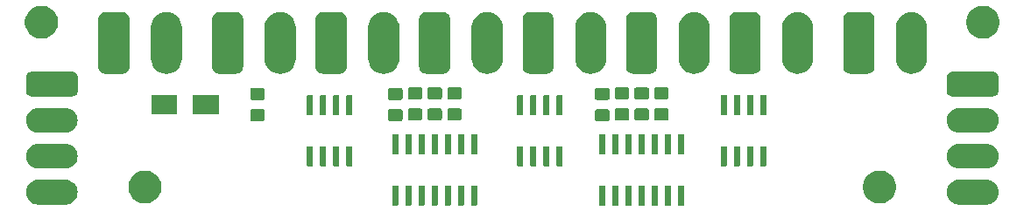
<source format=gbr>
G04 #@! TF.GenerationSoftware,KiCad,Pcbnew,(5.0.1-3-g963ef8bb5)*
G04 #@! TF.CreationDate,2020-01-09T21:08:13+01:00*
G04 #@! TF.ProjectId,WS2801_ledmodule_rev2,5753323830315F6C65646D6F64756C65,rev?*
G04 #@! TF.SameCoordinates,Original*
G04 #@! TF.FileFunction,Soldermask,Top*
G04 #@! TF.FilePolarity,Negative*
%FSLAX46Y46*%
G04 Gerber Fmt 4.6, Leading zero omitted, Abs format (unit mm)*
G04 Created by KiCad (PCBNEW (5.0.1-3-g963ef8bb5)) date Thursday, 09 January 2020 at 21:08:13*
%MOMM*%
%LPD*%
G01*
G04 APERTURE LIST*
%ADD10C,0.100000*%
G04 APERTURE END LIST*
D10*
G36*
X231051952Y-54842274D02*
X231068250Y-54847218D01*
X231083277Y-54855251D01*
X231096444Y-54866056D01*
X231107249Y-54879223D01*
X231115282Y-54894250D01*
X231120226Y-54910548D01*
X231122500Y-54933640D01*
X231122500Y-56696360D01*
X231120226Y-56719452D01*
X231115282Y-56735750D01*
X231107249Y-56750777D01*
X231096444Y-56763944D01*
X231083277Y-56774749D01*
X231068250Y-56782782D01*
X231051952Y-56787726D01*
X231028860Y-56790000D01*
X230616140Y-56790000D01*
X230593048Y-56787726D01*
X230576750Y-56782782D01*
X230561723Y-56774749D01*
X230548556Y-56763944D01*
X230537751Y-56750777D01*
X230529718Y-56735750D01*
X230524774Y-56719452D01*
X230522500Y-56696360D01*
X230522500Y-54933640D01*
X230524774Y-54910548D01*
X230529718Y-54894250D01*
X230537751Y-54879223D01*
X230548556Y-54866056D01*
X230561723Y-54855251D01*
X230576750Y-54847218D01*
X230593048Y-54842274D01*
X230616140Y-54840000D01*
X231028860Y-54840000D01*
X231051952Y-54842274D01*
X231051952Y-54842274D01*
G37*
G36*
X229781952Y-54842274D02*
X229798250Y-54847218D01*
X229813277Y-54855251D01*
X229826444Y-54866056D01*
X229837249Y-54879223D01*
X229845282Y-54894250D01*
X229850226Y-54910548D01*
X229852500Y-54933640D01*
X229852500Y-56696360D01*
X229850226Y-56719452D01*
X229845282Y-56735750D01*
X229837249Y-56750777D01*
X229826444Y-56763944D01*
X229813277Y-56774749D01*
X229798250Y-56782782D01*
X229781952Y-56787726D01*
X229758860Y-56790000D01*
X229346140Y-56790000D01*
X229323048Y-56787726D01*
X229306750Y-56782782D01*
X229291723Y-56774749D01*
X229278556Y-56763944D01*
X229267751Y-56750777D01*
X229259718Y-56735750D01*
X229254774Y-56719452D01*
X229252500Y-56696360D01*
X229252500Y-54933640D01*
X229254774Y-54910548D01*
X229259718Y-54894250D01*
X229267751Y-54879223D01*
X229278556Y-54866056D01*
X229291723Y-54855251D01*
X229306750Y-54847218D01*
X229323048Y-54842274D01*
X229346140Y-54840000D01*
X229758860Y-54840000D01*
X229781952Y-54842274D01*
X229781952Y-54842274D01*
G37*
G36*
X228511952Y-54842274D02*
X228528250Y-54847218D01*
X228543277Y-54855251D01*
X228556444Y-54866056D01*
X228567249Y-54879223D01*
X228575282Y-54894250D01*
X228580226Y-54910548D01*
X228582500Y-54933640D01*
X228582500Y-56696360D01*
X228580226Y-56719452D01*
X228575282Y-56735750D01*
X228567249Y-56750777D01*
X228556444Y-56763944D01*
X228543277Y-56774749D01*
X228528250Y-56782782D01*
X228511952Y-56787726D01*
X228488860Y-56790000D01*
X228076140Y-56790000D01*
X228053048Y-56787726D01*
X228036750Y-56782782D01*
X228021723Y-56774749D01*
X228008556Y-56763944D01*
X227997751Y-56750777D01*
X227989718Y-56735750D01*
X227984774Y-56719452D01*
X227982500Y-56696360D01*
X227982500Y-54933640D01*
X227984774Y-54910548D01*
X227989718Y-54894250D01*
X227997751Y-54879223D01*
X228008556Y-54866056D01*
X228021723Y-54855251D01*
X228036750Y-54847218D01*
X228053048Y-54842274D01*
X228076140Y-54840000D01*
X228488860Y-54840000D01*
X228511952Y-54842274D01*
X228511952Y-54842274D01*
G37*
G36*
X227241952Y-54842274D02*
X227258250Y-54847218D01*
X227273277Y-54855251D01*
X227286444Y-54866056D01*
X227297249Y-54879223D01*
X227305282Y-54894250D01*
X227310226Y-54910548D01*
X227312500Y-54933640D01*
X227312500Y-56696360D01*
X227310226Y-56719452D01*
X227305282Y-56735750D01*
X227297249Y-56750777D01*
X227286444Y-56763944D01*
X227273277Y-56774749D01*
X227258250Y-56782782D01*
X227241952Y-56787726D01*
X227218860Y-56790000D01*
X226806140Y-56790000D01*
X226783048Y-56787726D01*
X226766750Y-56782782D01*
X226751723Y-56774749D01*
X226738556Y-56763944D01*
X226727751Y-56750777D01*
X226719718Y-56735750D01*
X226714774Y-56719452D01*
X226712500Y-56696360D01*
X226712500Y-54933640D01*
X226714774Y-54910548D01*
X226719718Y-54894250D01*
X226727751Y-54879223D01*
X226738556Y-54866056D01*
X226751723Y-54855251D01*
X226766750Y-54847218D01*
X226783048Y-54842274D01*
X226806140Y-54840000D01*
X227218860Y-54840000D01*
X227241952Y-54842274D01*
X227241952Y-54842274D01*
G37*
G36*
X225971952Y-54842274D02*
X225988250Y-54847218D01*
X226003277Y-54855251D01*
X226016444Y-54866056D01*
X226027249Y-54879223D01*
X226035282Y-54894250D01*
X226040226Y-54910548D01*
X226042500Y-54933640D01*
X226042500Y-56696360D01*
X226040226Y-56719452D01*
X226035282Y-56735750D01*
X226027249Y-56750777D01*
X226016444Y-56763944D01*
X226003277Y-56774749D01*
X225988250Y-56782782D01*
X225971952Y-56787726D01*
X225948860Y-56790000D01*
X225536140Y-56790000D01*
X225513048Y-56787726D01*
X225496750Y-56782782D01*
X225481723Y-56774749D01*
X225468556Y-56763944D01*
X225457751Y-56750777D01*
X225449718Y-56735750D01*
X225444774Y-56719452D01*
X225442500Y-56696360D01*
X225442500Y-54933640D01*
X225444774Y-54910548D01*
X225449718Y-54894250D01*
X225457751Y-54879223D01*
X225468556Y-54866056D01*
X225481723Y-54855251D01*
X225496750Y-54847218D01*
X225513048Y-54842274D01*
X225536140Y-54840000D01*
X225948860Y-54840000D01*
X225971952Y-54842274D01*
X225971952Y-54842274D01*
G37*
G36*
X224701952Y-54842274D02*
X224718250Y-54847218D01*
X224733277Y-54855251D01*
X224746444Y-54866056D01*
X224757249Y-54879223D01*
X224765282Y-54894250D01*
X224770226Y-54910548D01*
X224772500Y-54933640D01*
X224772500Y-56696360D01*
X224770226Y-56719452D01*
X224765282Y-56735750D01*
X224757249Y-56750777D01*
X224746444Y-56763944D01*
X224733277Y-56774749D01*
X224718250Y-56782782D01*
X224701952Y-56787726D01*
X224678860Y-56790000D01*
X224266140Y-56790000D01*
X224243048Y-56787726D01*
X224226750Y-56782782D01*
X224211723Y-56774749D01*
X224198556Y-56763944D01*
X224187751Y-56750777D01*
X224179718Y-56735750D01*
X224174774Y-56719452D01*
X224172500Y-56696360D01*
X224172500Y-54933640D01*
X224174774Y-54910548D01*
X224179718Y-54894250D01*
X224187751Y-54879223D01*
X224198556Y-54866056D01*
X224211723Y-54855251D01*
X224226750Y-54847218D01*
X224243048Y-54842274D01*
X224266140Y-54840000D01*
X224678860Y-54840000D01*
X224701952Y-54842274D01*
X224701952Y-54842274D01*
G37*
G36*
X223431952Y-54842274D02*
X223448250Y-54847218D01*
X223463277Y-54855251D01*
X223476444Y-54866056D01*
X223487249Y-54879223D01*
X223495282Y-54894250D01*
X223500226Y-54910548D01*
X223502500Y-54933640D01*
X223502500Y-56696360D01*
X223500226Y-56719452D01*
X223495282Y-56735750D01*
X223487249Y-56750777D01*
X223476444Y-56763944D01*
X223463277Y-56774749D01*
X223448250Y-56782782D01*
X223431952Y-56787726D01*
X223408860Y-56790000D01*
X222996140Y-56790000D01*
X222973048Y-56787726D01*
X222956750Y-56782782D01*
X222941723Y-56774749D01*
X222928556Y-56763944D01*
X222917751Y-56750777D01*
X222909718Y-56735750D01*
X222904774Y-56719452D01*
X222902500Y-56696360D01*
X222902500Y-54933640D01*
X222904774Y-54910548D01*
X222909718Y-54894250D01*
X222917751Y-54879223D01*
X222928556Y-54866056D01*
X222941723Y-54855251D01*
X222956750Y-54847218D01*
X222973048Y-54842274D01*
X222996140Y-54840000D01*
X223408860Y-54840000D01*
X223431952Y-54842274D01*
X223431952Y-54842274D01*
G37*
G36*
X211049452Y-54842274D02*
X211065750Y-54847218D01*
X211080777Y-54855251D01*
X211093944Y-54866056D01*
X211104749Y-54879223D01*
X211112782Y-54894250D01*
X211117726Y-54910548D01*
X211120000Y-54933640D01*
X211120000Y-56696360D01*
X211117726Y-56719452D01*
X211112782Y-56735750D01*
X211104749Y-56750777D01*
X211093944Y-56763944D01*
X211080777Y-56774749D01*
X211065750Y-56782782D01*
X211049452Y-56787726D01*
X211026360Y-56790000D01*
X210613640Y-56790000D01*
X210590548Y-56787726D01*
X210574250Y-56782782D01*
X210559223Y-56774749D01*
X210546056Y-56763944D01*
X210535251Y-56750777D01*
X210527218Y-56735750D01*
X210522274Y-56719452D01*
X210520000Y-56696360D01*
X210520000Y-54933640D01*
X210522274Y-54910548D01*
X210527218Y-54894250D01*
X210535251Y-54879223D01*
X210546056Y-54866056D01*
X210559223Y-54855251D01*
X210574250Y-54847218D01*
X210590548Y-54842274D01*
X210613640Y-54840000D01*
X211026360Y-54840000D01*
X211049452Y-54842274D01*
X211049452Y-54842274D01*
G37*
G36*
X209779452Y-54842274D02*
X209795750Y-54847218D01*
X209810777Y-54855251D01*
X209823944Y-54866056D01*
X209834749Y-54879223D01*
X209842782Y-54894250D01*
X209847726Y-54910548D01*
X209850000Y-54933640D01*
X209850000Y-56696360D01*
X209847726Y-56719452D01*
X209842782Y-56735750D01*
X209834749Y-56750777D01*
X209823944Y-56763944D01*
X209810777Y-56774749D01*
X209795750Y-56782782D01*
X209779452Y-56787726D01*
X209756360Y-56790000D01*
X209343640Y-56790000D01*
X209320548Y-56787726D01*
X209304250Y-56782782D01*
X209289223Y-56774749D01*
X209276056Y-56763944D01*
X209265251Y-56750777D01*
X209257218Y-56735750D01*
X209252274Y-56719452D01*
X209250000Y-56696360D01*
X209250000Y-54933640D01*
X209252274Y-54910548D01*
X209257218Y-54894250D01*
X209265251Y-54879223D01*
X209276056Y-54866056D01*
X209289223Y-54855251D01*
X209304250Y-54847218D01*
X209320548Y-54842274D01*
X209343640Y-54840000D01*
X209756360Y-54840000D01*
X209779452Y-54842274D01*
X209779452Y-54842274D01*
G37*
G36*
X208509452Y-54842274D02*
X208525750Y-54847218D01*
X208540777Y-54855251D01*
X208553944Y-54866056D01*
X208564749Y-54879223D01*
X208572782Y-54894250D01*
X208577726Y-54910548D01*
X208580000Y-54933640D01*
X208580000Y-56696360D01*
X208577726Y-56719452D01*
X208572782Y-56735750D01*
X208564749Y-56750777D01*
X208553944Y-56763944D01*
X208540777Y-56774749D01*
X208525750Y-56782782D01*
X208509452Y-56787726D01*
X208486360Y-56790000D01*
X208073640Y-56790000D01*
X208050548Y-56787726D01*
X208034250Y-56782782D01*
X208019223Y-56774749D01*
X208006056Y-56763944D01*
X207995251Y-56750777D01*
X207987218Y-56735750D01*
X207982274Y-56719452D01*
X207980000Y-56696360D01*
X207980000Y-54933640D01*
X207982274Y-54910548D01*
X207987218Y-54894250D01*
X207995251Y-54879223D01*
X208006056Y-54866056D01*
X208019223Y-54855251D01*
X208034250Y-54847218D01*
X208050548Y-54842274D01*
X208073640Y-54840000D01*
X208486360Y-54840000D01*
X208509452Y-54842274D01*
X208509452Y-54842274D01*
G37*
G36*
X207239452Y-54842274D02*
X207255750Y-54847218D01*
X207270777Y-54855251D01*
X207283944Y-54866056D01*
X207294749Y-54879223D01*
X207302782Y-54894250D01*
X207307726Y-54910548D01*
X207310000Y-54933640D01*
X207310000Y-56696360D01*
X207307726Y-56719452D01*
X207302782Y-56735750D01*
X207294749Y-56750777D01*
X207283944Y-56763944D01*
X207270777Y-56774749D01*
X207255750Y-56782782D01*
X207239452Y-56787726D01*
X207216360Y-56790000D01*
X206803640Y-56790000D01*
X206780548Y-56787726D01*
X206764250Y-56782782D01*
X206749223Y-56774749D01*
X206736056Y-56763944D01*
X206725251Y-56750777D01*
X206717218Y-56735750D01*
X206712274Y-56719452D01*
X206710000Y-56696360D01*
X206710000Y-54933640D01*
X206712274Y-54910548D01*
X206717218Y-54894250D01*
X206725251Y-54879223D01*
X206736056Y-54866056D01*
X206749223Y-54855251D01*
X206764250Y-54847218D01*
X206780548Y-54842274D01*
X206803640Y-54840000D01*
X207216360Y-54840000D01*
X207239452Y-54842274D01*
X207239452Y-54842274D01*
G37*
G36*
X205969452Y-54842274D02*
X205985750Y-54847218D01*
X206000777Y-54855251D01*
X206013944Y-54866056D01*
X206024749Y-54879223D01*
X206032782Y-54894250D01*
X206037726Y-54910548D01*
X206040000Y-54933640D01*
X206040000Y-56696360D01*
X206037726Y-56719452D01*
X206032782Y-56735750D01*
X206024749Y-56750777D01*
X206013944Y-56763944D01*
X206000777Y-56774749D01*
X205985750Y-56782782D01*
X205969452Y-56787726D01*
X205946360Y-56790000D01*
X205533640Y-56790000D01*
X205510548Y-56787726D01*
X205494250Y-56782782D01*
X205479223Y-56774749D01*
X205466056Y-56763944D01*
X205455251Y-56750777D01*
X205447218Y-56735750D01*
X205442274Y-56719452D01*
X205440000Y-56696360D01*
X205440000Y-54933640D01*
X205442274Y-54910548D01*
X205447218Y-54894250D01*
X205455251Y-54879223D01*
X205466056Y-54866056D01*
X205479223Y-54855251D01*
X205494250Y-54847218D01*
X205510548Y-54842274D01*
X205533640Y-54840000D01*
X205946360Y-54840000D01*
X205969452Y-54842274D01*
X205969452Y-54842274D01*
G37*
G36*
X204699452Y-54842274D02*
X204715750Y-54847218D01*
X204730777Y-54855251D01*
X204743944Y-54866056D01*
X204754749Y-54879223D01*
X204762782Y-54894250D01*
X204767726Y-54910548D01*
X204770000Y-54933640D01*
X204770000Y-56696360D01*
X204767726Y-56719452D01*
X204762782Y-56735750D01*
X204754749Y-56750777D01*
X204743944Y-56763944D01*
X204730777Y-56774749D01*
X204715750Y-56782782D01*
X204699452Y-56787726D01*
X204676360Y-56790000D01*
X204263640Y-56790000D01*
X204240548Y-56787726D01*
X204224250Y-56782782D01*
X204209223Y-56774749D01*
X204196056Y-56763944D01*
X204185251Y-56750777D01*
X204177218Y-56735750D01*
X204172274Y-56719452D01*
X204170000Y-56696360D01*
X204170000Y-54933640D01*
X204172274Y-54910548D01*
X204177218Y-54894250D01*
X204185251Y-54879223D01*
X204196056Y-54866056D01*
X204209223Y-54855251D01*
X204224250Y-54847218D01*
X204240548Y-54842274D01*
X204263640Y-54840000D01*
X204676360Y-54840000D01*
X204699452Y-54842274D01*
X204699452Y-54842274D01*
G37*
G36*
X203429452Y-54842274D02*
X203445750Y-54847218D01*
X203460777Y-54855251D01*
X203473944Y-54866056D01*
X203484749Y-54879223D01*
X203492782Y-54894250D01*
X203497726Y-54910548D01*
X203500000Y-54933640D01*
X203500000Y-56696360D01*
X203497726Y-56719452D01*
X203492782Y-56735750D01*
X203484749Y-56750777D01*
X203473944Y-56763944D01*
X203460777Y-56774749D01*
X203445750Y-56782782D01*
X203429452Y-56787726D01*
X203406360Y-56790000D01*
X202993640Y-56790000D01*
X202970548Y-56787726D01*
X202954250Y-56782782D01*
X202939223Y-56774749D01*
X202926056Y-56763944D01*
X202915251Y-56750777D01*
X202907218Y-56735750D01*
X202902274Y-56719452D01*
X202900000Y-56696360D01*
X202900000Y-54933640D01*
X202902274Y-54910548D01*
X202907218Y-54894250D01*
X202915251Y-54879223D01*
X202926056Y-54866056D01*
X202939223Y-54855251D01*
X202954250Y-54847218D01*
X202970548Y-54842274D01*
X202993640Y-54840000D01*
X203406360Y-54840000D01*
X203429452Y-54842274D01*
X203429452Y-54842274D01*
G37*
G36*
X171394208Y-54303473D02*
X171535241Y-54317363D01*
X171761442Y-54385981D01*
X171761444Y-54385982D01*
X171761447Y-54385983D01*
X171969910Y-54497408D01*
X172152634Y-54647366D01*
X172302592Y-54830090D01*
X172414017Y-55038553D01*
X172414018Y-55038556D01*
X172414019Y-55038558D01*
X172482637Y-55264759D01*
X172505806Y-55500000D01*
X172482637Y-55735241D01*
X172414019Y-55961442D01*
X172414017Y-55961447D01*
X172302592Y-56169910D01*
X172152634Y-56352634D01*
X171969910Y-56502592D01*
X171761447Y-56614017D01*
X171761444Y-56614018D01*
X171761442Y-56614019D01*
X171535241Y-56682637D01*
X171395908Y-56696360D01*
X171358951Y-56700000D01*
X168641049Y-56700000D01*
X168604092Y-56696360D01*
X168464759Y-56682637D01*
X168238558Y-56614019D01*
X168238556Y-56614018D01*
X168238553Y-56614017D01*
X168030090Y-56502592D01*
X167847366Y-56352634D01*
X167697408Y-56169910D01*
X167585983Y-55961447D01*
X167585981Y-55961442D01*
X167517363Y-55735241D01*
X167494194Y-55500000D01*
X167517363Y-55264759D01*
X167585981Y-55038558D01*
X167585982Y-55038556D01*
X167585983Y-55038553D01*
X167697408Y-54830090D01*
X167847366Y-54647366D01*
X168030090Y-54497408D01*
X168238553Y-54385983D01*
X168238556Y-54385982D01*
X168238558Y-54385981D01*
X168464759Y-54317363D01*
X168605792Y-54303473D01*
X168641049Y-54300000D01*
X171358951Y-54300000D01*
X171394208Y-54303473D01*
X171394208Y-54303473D01*
G37*
G36*
X260394208Y-54303473D02*
X260535241Y-54317363D01*
X260761442Y-54385981D01*
X260761444Y-54385982D01*
X260761447Y-54385983D01*
X260969910Y-54497408D01*
X261152634Y-54647366D01*
X261302592Y-54830090D01*
X261414017Y-55038553D01*
X261414018Y-55038556D01*
X261414019Y-55038558D01*
X261482637Y-55264759D01*
X261505806Y-55500000D01*
X261482637Y-55735241D01*
X261414019Y-55961442D01*
X261414017Y-55961447D01*
X261302592Y-56169910D01*
X261152634Y-56352634D01*
X260969910Y-56502592D01*
X260761447Y-56614017D01*
X260761444Y-56614018D01*
X260761442Y-56614019D01*
X260535241Y-56682637D01*
X260395908Y-56696360D01*
X260358951Y-56700000D01*
X257641049Y-56700000D01*
X257604092Y-56696360D01*
X257464759Y-56682637D01*
X257238558Y-56614019D01*
X257238556Y-56614018D01*
X257238553Y-56614017D01*
X257030090Y-56502592D01*
X256847366Y-56352634D01*
X256697408Y-56169910D01*
X256585983Y-55961447D01*
X256585981Y-55961442D01*
X256517363Y-55735241D01*
X256494194Y-55500000D01*
X256517363Y-55264759D01*
X256585981Y-55038558D01*
X256585982Y-55038556D01*
X256585983Y-55038553D01*
X256697408Y-54830090D01*
X256847366Y-54647366D01*
X257030090Y-54497408D01*
X257238553Y-54385983D01*
X257238556Y-54385982D01*
X257238558Y-54385981D01*
X257464759Y-54317363D01*
X257605792Y-54303473D01*
X257641049Y-54300000D01*
X260358951Y-54300000D01*
X260394208Y-54303473D01*
X260394208Y-54303473D01*
G37*
G36*
X250466703Y-53461486D02*
X250757883Y-53582097D01*
X251019944Y-53757201D01*
X251242799Y-53980056D01*
X251417903Y-54242117D01*
X251538514Y-54533297D01*
X251600000Y-54842412D01*
X251600000Y-55157588D01*
X251538514Y-55466703D01*
X251417903Y-55757883D01*
X251242799Y-56019944D01*
X251019944Y-56242799D01*
X250757883Y-56417903D01*
X250466703Y-56538514D01*
X250157588Y-56600000D01*
X249842412Y-56600000D01*
X249533297Y-56538514D01*
X249242117Y-56417903D01*
X248980056Y-56242799D01*
X248757201Y-56019944D01*
X248582097Y-55757883D01*
X248461486Y-55466703D01*
X248400000Y-55157588D01*
X248400000Y-54842412D01*
X248461486Y-54533297D01*
X248582097Y-54242117D01*
X248757201Y-53980056D01*
X248980056Y-53757201D01*
X249242117Y-53582097D01*
X249533297Y-53461486D01*
X249842412Y-53400000D01*
X250157588Y-53400000D01*
X250466703Y-53461486D01*
X250466703Y-53461486D01*
G37*
G36*
X179466703Y-53461486D02*
X179757883Y-53582097D01*
X180019944Y-53757201D01*
X180242799Y-53980056D01*
X180417903Y-54242117D01*
X180538514Y-54533297D01*
X180600000Y-54842412D01*
X180600000Y-55157588D01*
X180538514Y-55466703D01*
X180417903Y-55757883D01*
X180242799Y-56019944D01*
X180019944Y-56242799D01*
X179757883Y-56417903D01*
X179466703Y-56538514D01*
X179157588Y-56600000D01*
X178842412Y-56600000D01*
X178533297Y-56538514D01*
X178242117Y-56417903D01*
X177980056Y-56242799D01*
X177757201Y-56019944D01*
X177582097Y-55757883D01*
X177461486Y-55466703D01*
X177400000Y-55157588D01*
X177400000Y-54842412D01*
X177461486Y-54533297D01*
X177582097Y-54242117D01*
X177757201Y-53980056D01*
X177980056Y-53757201D01*
X178242117Y-53582097D01*
X178533297Y-53461486D01*
X178842412Y-53400000D01*
X179157588Y-53400000D01*
X179466703Y-53461486D01*
X179466703Y-53461486D01*
G37*
G36*
X260394208Y-50803473D02*
X260535241Y-50817363D01*
X260761442Y-50885981D01*
X260761444Y-50885982D01*
X260761447Y-50885983D01*
X260969910Y-50997408D01*
X261152634Y-51147366D01*
X261302592Y-51330090D01*
X261414017Y-51538553D01*
X261414018Y-51538556D01*
X261414019Y-51538558D01*
X261482637Y-51764759D01*
X261505806Y-52000000D01*
X261482637Y-52235241D01*
X261414019Y-52461442D01*
X261414017Y-52461447D01*
X261302592Y-52669910D01*
X261152634Y-52852634D01*
X260969910Y-53002592D01*
X260761447Y-53114017D01*
X260761444Y-53114018D01*
X260761442Y-53114019D01*
X260535241Y-53182637D01*
X260394208Y-53196527D01*
X260358951Y-53200000D01*
X257641049Y-53200000D01*
X257605792Y-53196527D01*
X257464759Y-53182637D01*
X257238558Y-53114019D01*
X257238556Y-53114018D01*
X257238553Y-53114017D01*
X257030090Y-53002592D01*
X256847366Y-52852634D01*
X256697408Y-52669910D01*
X256585983Y-52461447D01*
X256585981Y-52461442D01*
X256517363Y-52235241D01*
X256494194Y-52000000D01*
X256517363Y-51764759D01*
X256585981Y-51538558D01*
X256585982Y-51538556D01*
X256585983Y-51538553D01*
X256697408Y-51330090D01*
X256847366Y-51147366D01*
X257030090Y-50997408D01*
X257238553Y-50885983D01*
X257238556Y-50885982D01*
X257238558Y-50885981D01*
X257464759Y-50817363D01*
X257605792Y-50803473D01*
X257641049Y-50800000D01*
X260358951Y-50800000D01*
X260394208Y-50803473D01*
X260394208Y-50803473D01*
G37*
G36*
X171394208Y-50803473D02*
X171535241Y-50817363D01*
X171761442Y-50885981D01*
X171761444Y-50885982D01*
X171761447Y-50885983D01*
X171969910Y-50997408D01*
X172152634Y-51147366D01*
X172302592Y-51330090D01*
X172414017Y-51538553D01*
X172414018Y-51538556D01*
X172414019Y-51538558D01*
X172482637Y-51764759D01*
X172505806Y-52000000D01*
X172482637Y-52235241D01*
X172414019Y-52461442D01*
X172414017Y-52461447D01*
X172302592Y-52669910D01*
X172152634Y-52852634D01*
X171969910Y-53002592D01*
X171761447Y-53114017D01*
X171761444Y-53114018D01*
X171761442Y-53114019D01*
X171535241Y-53182637D01*
X171394208Y-53196527D01*
X171358951Y-53200000D01*
X168641049Y-53200000D01*
X168605792Y-53196527D01*
X168464759Y-53182637D01*
X168238558Y-53114019D01*
X168238556Y-53114018D01*
X168238553Y-53114017D01*
X168030090Y-53002592D01*
X167847366Y-52852634D01*
X167697408Y-52669910D01*
X167585983Y-52461447D01*
X167585981Y-52461442D01*
X167517363Y-52235241D01*
X167494194Y-52000000D01*
X167517363Y-51764759D01*
X167585981Y-51538558D01*
X167585982Y-51538556D01*
X167585983Y-51538553D01*
X167697408Y-51330090D01*
X167847366Y-51147366D01*
X168030090Y-50997408D01*
X168238553Y-50885983D01*
X168238556Y-50885982D01*
X168238558Y-50885981D01*
X168464759Y-50817363D01*
X168605792Y-50803473D01*
X168641049Y-50800000D01*
X171358951Y-50800000D01*
X171394208Y-50803473D01*
X171394208Y-50803473D01*
G37*
G36*
X197714452Y-51032274D02*
X197730750Y-51037218D01*
X197745777Y-51045251D01*
X197758944Y-51056056D01*
X197769749Y-51069223D01*
X197777782Y-51084250D01*
X197782726Y-51100548D01*
X197785000Y-51123640D01*
X197785000Y-52886360D01*
X197782726Y-52909452D01*
X197777782Y-52925750D01*
X197769749Y-52940777D01*
X197758944Y-52953944D01*
X197745777Y-52964749D01*
X197730750Y-52972782D01*
X197714452Y-52977726D01*
X197691360Y-52980000D01*
X197278640Y-52980000D01*
X197255548Y-52977726D01*
X197239250Y-52972782D01*
X197224223Y-52964749D01*
X197211056Y-52953944D01*
X197200251Y-52940777D01*
X197192218Y-52925750D01*
X197187274Y-52909452D01*
X197185000Y-52886360D01*
X197185000Y-51123640D01*
X197187274Y-51100548D01*
X197192218Y-51084250D01*
X197200251Y-51069223D01*
X197211056Y-51056056D01*
X197224223Y-51045251D01*
X197239250Y-51037218D01*
X197255548Y-51032274D01*
X197278640Y-51030000D01*
X197691360Y-51030000D01*
X197714452Y-51032274D01*
X197714452Y-51032274D01*
G37*
G36*
X238989452Y-51032274D02*
X239005750Y-51037218D01*
X239020777Y-51045251D01*
X239033944Y-51056056D01*
X239044749Y-51069223D01*
X239052782Y-51084250D01*
X239057726Y-51100548D01*
X239060000Y-51123640D01*
X239060000Y-52886360D01*
X239057726Y-52909452D01*
X239052782Y-52925750D01*
X239044749Y-52940777D01*
X239033944Y-52953944D01*
X239020777Y-52964749D01*
X239005750Y-52972782D01*
X238989452Y-52977726D01*
X238966360Y-52980000D01*
X238553640Y-52980000D01*
X238530548Y-52977726D01*
X238514250Y-52972782D01*
X238499223Y-52964749D01*
X238486056Y-52953944D01*
X238475251Y-52940777D01*
X238467218Y-52925750D01*
X238462274Y-52909452D01*
X238460000Y-52886360D01*
X238460000Y-51123640D01*
X238462274Y-51100548D01*
X238467218Y-51084250D01*
X238475251Y-51069223D01*
X238486056Y-51056056D01*
X238499223Y-51045251D01*
X238514250Y-51037218D01*
X238530548Y-51032274D01*
X238553640Y-51030000D01*
X238966360Y-51030000D01*
X238989452Y-51032274D01*
X238989452Y-51032274D01*
G37*
G36*
X198984452Y-51032274D02*
X199000750Y-51037218D01*
X199015777Y-51045251D01*
X199028944Y-51056056D01*
X199039749Y-51069223D01*
X199047782Y-51084250D01*
X199052726Y-51100548D01*
X199055000Y-51123640D01*
X199055000Y-52886360D01*
X199052726Y-52909452D01*
X199047782Y-52925750D01*
X199039749Y-52940777D01*
X199028944Y-52953944D01*
X199015777Y-52964749D01*
X199000750Y-52972782D01*
X198984452Y-52977726D01*
X198961360Y-52980000D01*
X198548640Y-52980000D01*
X198525548Y-52977726D01*
X198509250Y-52972782D01*
X198494223Y-52964749D01*
X198481056Y-52953944D01*
X198470251Y-52940777D01*
X198462218Y-52925750D01*
X198457274Y-52909452D01*
X198455000Y-52886360D01*
X198455000Y-51123640D01*
X198457274Y-51100548D01*
X198462218Y-51084250D01*
X198470251Y-51069223D01*
X198481056Y-51056056D01*
X198494223Y-51045251D01*
X198509250Y-51037218D01*
X198525548Y-51032274D01*
X198548640Y-51030000D01*
X198961360Y-51030000D01*
X198984452Y-51032274D01*
X198984452Y-51032274D01*
G37*
G36*
X196444452Y-51032274D02*
X196460750Y-51037218D01*
X196475777Y-51045251D01*
X196488944Y-51056056D01*
X196499749Y-51069223D01*
X196507782Y-51084250D01*
X196512726Y-51100548D01*
X196515000Y-51123640D01*
X196515000Y-52886360D01*
X196512726Y-52909452D01*
X196507782Y-52925750D01*
X196499749Y-52940777D01*
X196488944Y-52953944D01*
X196475777Y-52964749D01*
X196460750Y-52972782D01*
X196444452Y-52977726D01*
X196421360Y-52980000D01*
X196008640Y-52980000D01*
X195985548Y-52977726D01*
X195969250Y-52972782D01*
X195954223Y-52964749D01*
X195941056Y-52953944D01*
X195930251Y-52940777D01*
X195922218Y-52925750D01*
X195917274Y-52909452D01*
X195915000Y-52886360D01*
X195915000Y-51123640D01*
X195917274Y-51100548D01*
X195922218Y-51084250D01*
X195930251Y-51069223D01*
X195941056Y-51056056D01*
X195954223Y-51045251D01*
X195969250Y-51037218D01*
X195985548Y-51032274D01*
X196008640Y-51030000D01*
X196421360Y-51030000D01*
X196444452Y-51032274D01*
X196444452Y-51032274D01*
G37*
G36*
X195174452Y-51032274D02*
X195190750Y-51037218D01*
X195205777Y-51045251D01*
X195218944Y-51056056D01*
X195229749Y-51069223D01*
X195237782Y-51084250D01*
X195242726Y-51100548D01*
X195245000Y-51123640D01*
X195245000Y-52886360D01*
X195242726Y-52909452D01*
X195237782Y-52925750D01*
X195229749Y-52940777D01*
X195218944Y-52953944D01*
X195205777Y-52964749D01*
X195190750Y-52972782D01*
X195174452Y-52977726D01*
X195151360Y-52980000D01*
X194738640Y-52980000D01*
X194715548Y-52977726D01*
X194699250Y-52972782D01*
X194684223Y-52964749D01*
X194671056Y-52953944D01*
X194660251Y-52940777D01*
X194652218Y-52925750D01*
X194647274Y-52909452D01*
X194645000Y-52886360D01*
X194645000Y-51123640D01*
X194647274Y-51100548D01*
X194652218Y-51084250D01*
X194660251Y-51069223D01*
X194671056Y-51056056D01*
X194684223Y-51045251D01*
X194699250Y-51037218D01*
X194715548Y-51032274D01*
X194738640Y-51030000D01*
X195151360Y-51030000D01*
X195174452Y-51032274D01*
X195174452Y-51032274D01*
G37*
G36*
X216764452Y-51032274D02*
X216780750Y-51037218D01*
X216795777Y-51045251D01*
X216808944Y-51056056D01*
X216819749Y-51069223D01*
X216827782Y-51084250D01*
X216832726Y-51100548D01*
X216835000Y-51123640D01*
X216835000Y-52886360D01*
X216832726Y-52909452D01*
X216827782Y-52925750D01*
X216819749Y-52940777D01*
X216808944Y-52953944D01*
X216795777Y-52964749D01*
X216780750Y-52972782D01*
X216764452Y-52977726D01*
X216741360Y-52980000D01*
X216328640Y-52980000D01*
X216305548Y-52977726D01*
X216289250Y-52972782D01*
X216274223Y-52964749D01*
X216261056Y-52953944D01*
X216250251Y-52940777D01*
X216242218Y-52925750D01*
X216237274Y-52909452D01*
X216235000Y-52886360D01*
X216235000Y-51123640D01*
X216237274Y-51100548D01*
X216242218Y-51084250D01*
X216250251Y-51069223D01*
X216261056Y-51056056D01*
X216274223Y-51045251D01*
X216289250Y-51037218D01*
X216305548Y-51032274D01*
X216328640Y-51030000D01*
X216741360Y-51030000D01*
X216764452Y-51032274D01*
X216764452Y-51032274D01*
G37*
G36*
X218034452Y-51032274D02*
X218050750Y-51037218D01*
X218065777Y-51045251D01*
X218078944Y-51056056D01*
X218089749Y-51069223D01*
X218097782Y-51084250D01*
X218102726Y-51100548D01*
X218105000Y-51123640D01*
X218105000Y-52886360D01*
X218102726Y-52909452D01*
X218097782Y-52925750D01*
X218089749Y-52940777D01*
X218078944Y-52953944D01*
X218065777Y-52964749D01*
X218050750Y-52972782D01*
X218034452Y-52977726D01*
X218011360Y-52980000D01*
X217598640Y-52980000D01*
X217575548Y-52977726D01*
X217559250Y-52972782D01*
X217544223Y-52964749D01*
X217531056Y-52953944D01*
X217520251Y-52940777D01*
X217512218Y-52925750D01*
X217507274Y-52909452D01*
X217505000Y-52886360D01*
X217505000Y-51123640D01*
X217507274Y-51100548D01*
X217512218Y-51084250D01*
X217520251Y-51069223D01*
X217531056Y-51056056D01*
X217544223Y-51045251D01*
X217559250Y-51037218D01*
X217575548Y-51032274D01*
X217598640Y-51030000D01*
X218011360Y-51030000D01*
X218034452Y-51032274D01*
X218034452Y-51032274D01*
G37*
G36*
X219304452Y-51032274D02*
X219320750Y-51037218D01*
X219335777Y-51045251D01*
X219348944Y-51056056D01*
X219359749Y-51069223D01*
X219367782Y-51084250D01*
X219372726Y-51100548D01*
X219375000Y-51123640D01*
X219375000Y-52886360D01*
X219372726Y-52909452D01*
X219367782Y-52925750D01*
X219359749Y-52940777D01*
X219348944Y-52953944D01*
X219335777Y-52964749D01*
X219320750Y-52972782D01*
X219304452Y-52977726D01*
X219281360Y-52980000D01*
X218868640Y-52980000D01*
X218845548Y-52977726D01*
X218829250Y-52972782D01*
X218814223Y-52964749D01*
X218801056Y-52953944D01*
X218790251Y-52940777D01*
X218782218Y-52925750D01*
X218777274Y-52909452D01*
X218775000Y-52886360D01*
X218775000Y-51123640D01*
X218777274Y-51100548D01*
X218782218Y-51084250D01*
X218790251Y-51069223D01*
X218801056Y-51056056D01*
X218814223Y-51045251D01*
X218829250Y-51037218D01*
X218845548Y-51032274D01*
X218868640Y-51030000D01*
X219281360Y-51030000D01*
X219304452Y-51032274D01*
X219304452Y-51032274D01*
G37*
G36*
X235179452Y-51032274D02*
X235195750Y-51037218D01*
X235210777Y-51045251D01*
X235223944Y-51056056D01*
X235234749Y-51069223D01*
X235242782Y-51084250D01*
X235247726Y-51100548D01*
X235250000Y-51123640D01*
X235250000Y-52886360D01*
X235247726Y-52909452D01*
X235242782Y-52925750D01*
X235234749Y-52940777D01*
X235223944Y-52953944D01*
X235210777Y-52964749D01*
X235195750Y-52972782D01*
X235179452Y-52977726D01*
X235156360Y-52980000D01*
X234743640Y-52980000D01*
X234720548Y-52977726D01*
X234704250Y-52972782D01*
X234689223Y-52964749D01*
X234676056Y-52953944D01*
X234665251Y-52940777D01*
X234657218Y-52925750D01*
X234652274Y-52909452D01*
X234650000Y-52886360D01*
X234650000Y-51123640D01*
X234652274Y-51100548D01*
X234657218Y-51084250D01*
X234665251Y-51069223D01*
X234676056Y-51056056D01*
X234689223Y-51045251D01*
X234704250Y-51037218D01*
X234720548Y-51032274D01*
X234743640Y-51030000D01*
X235156360Y-51030000D01*
X235179452Y-51032274D01*
X235179452Y-51032274D01*
G37*
G36*
X236449452Y-51032274D02*
X236465750Y-51037218D01*
X236480777Y-51045251D01*
X236493944Y-51056056D01*
X236504749Y-51069223D01*
X236512782Y-51084250D01*
X236517726Y-51100548D01*
X236520000Y-51123640D01*
X236520000Y-52886360D01*
X236517726Y-52909452D01*
X236512782Y-52925750D01*
X236504749Y-52940777D01*
X236493944Y-52953944D01*
X236480777Y-52964749D01*
X236465750Y-52972782D01*
X236449452Y-52977726D01*
X236426360Y-52980000D01*
X236013640Y-52980000D01*
X235990548Y-52977726D01*
X235974250Y-52972782D01*
X235959223Y-52964749D01*
X235946056Y-52953944D01*
X235935251Y-52940777D01*
X235927218Y-52925750D01*
X235922274Y-52909452D01*
X235920000Y-52886360D01*
X235920000Y-51123640D01*
X235922274Y-51100548D01*
X235927218Y-51084250D01*
X235935251Y-51069223D01*
X235946056Y-51056056D01*
X235959223Y-51045251D01*
X235974250Y-51037218D01*
X235990548Y-51032274D01*
X236013640Y-51030000D01*
X236426360Y-51030000D01*
X236449452Y-51032274D01*
X236449452Y-51032274D01*
G37*
G36*
X237719452Y-51032274D02*
X237735750Y-51037218D01*
X237750777Y-51045251D01*
X237763944Y-51056056D01*
X237774749Y-51069223D01*
X237782782Y-51084250D01*
X237787726Y-51100548D01*
X237790000Y-51123640D01*
X237790000Y-52886360D01*
X237787726Y-52909452D01*
X237782782Y-52925750D01*
X237774749Y-52940777D01*
X237763944Y-52953944D01*
X237750777Y-52964749D01*
X237735750Y-52972782D01*
X237719452Y-52977726D01*
X237696360Y-52980000D01*
X237283640Y-52980000D01*
X237260548Y-52977726D01*
X237244250Y-52972782D01*
X237229223Y-52964749D01*
X237216056Y-52953944D01*
X237205251Y-52940777D01*
X237197218Y-52925750D01*
X237192274Y-52909452D01*
X237190000Y-52886360D01*
X237190000Y-51123640D01*
X237192274Y-51100548D01*
X237197218Y-51084250D01*
X237205251Y-51069223D01*
X237216056Y-51056056D01*
X237229223Y-51045251D01*
X237244250Y-51037218D01*
X237260548Y-51032274D01*
X237283640Y-51030000D01*
X237696360Y-51030000D01*
X237719452Y-51032274D01*
X237719452Y-51032274D01*
G37*
G36*
X215494452Y-51032274D02*
X215510750Y-51037218D01*
X215525777Y-51045251D01*
X215538944Y-51056056D01*
X215549749Y-51069223D01*
X215557782Y-51084250D01*
X215562726Y-51100548D01*
X215565000Y-51123640D01*
X215565000Y-52886360D01*
X215562726Y-52909452D01*
X215557782Y-52925750D01*
X215549749Y-52940777D01*
X215538944Y-52953944D01*
X215525777Y-52964749D01*
X215510750Y-52972782D01*
X215494452Y-52977726D01*
X215471360Y-52980000D01*
X215058640Y-52980000D01*
X215035548Y-52977726D01*
X215019250Y-52972782D01*
X215004223Y-52964749D01*
X214991056Y-52953944D01*
X214980251Y-52940777D01*
X214972218Y-52925750D01*
X214967274Y-52909452D01*
X214965000Y-52886360D01*
X214965000Y-51123640D01*
X214967274Y-51100548D01*
X214972218Y-51084250D01*
X214980251Y-51069223D01*
X214991056Y-51056056D01*
X215004223Y-51045251D01*
X215019250Y-51037218D01*
X215035548Y-51032274D01*
X215058640Y-51030000D01*
X215471360Y-51030000D01*
X215494452Y-51032274D01*
X215494452Y-51032274D01*
G37*
G36*
X203429452Y-49892274D02*
X203445750Y-49897218D01*
X203460777Y-49905251D01*
X203473944Y-49916056D01*
X203484749Y-49929223D01*
X203492782Y-49944250D01*
X203497726Y-49960548D01*
X203500000Y-49983640D01*
X203500000Y-51746360D01*
X203497726Y-51769452D01*
X203492782Y-51785750D01*
X203484749Y-51800777D01*
X203473944Y-51813944D01*
X203460777Y-51824749D01*
X203445750Y-51832782D01*
X203429452Y-51837726D01*
X203406360Y-51840000D01*
X202993640Y-51840000D01*
X202970548Y-51837726D01*
X202954250Y-51832782D01*
X202939223Y-51824749D01*
X202926056Y-51813944D01*
X202915251Y-51800777D01*
X202907218Y-51785750D01*
X202902274Y-51769452D01*
X202900000Y-51746360D01*
X202900000Y-49983640D01*
X202902274Y-49960548D01*
X202907218Y-49944250D01*
X202915251Y-49929223D01*
X202926056Y-49916056D01*
X202939223Y-49905251D01*
X202954250Y-49897218D01*
X202970548Y-49892274D01*
X202993640Y-49890000D01*
X203406360Y-49890000D01*
X203429452Y-49892274D01*
X203429452Y-49892274D01*
G37*
G36*
X207239452Y-49892274D02*
X207255750Y-49897218D01*
X207270777Y-49905251D01*
X207283944Y-49916056D01*
X207294749Y-49929223D01*
X207302782Y-49944250D01*
X207307726Y-49960548D01*
X207310000Y-49983640D01*
X207310000Y-51746360D01*
X207307726Y-51769452D01*
X207302782Y-51785750D01*
X207294749Y-51800777D01*
X207283944Y-51813944D01*
X207270777Y-51824749D01*
X207255750Y-51832782D01*
X207239452Y-51837726D01*
X207216360Y-51840000D01*
X206803640Y-51840000D01*
X206780548Y-51837726D01*
X206764250Y-51832782D01*
X206749223Y-51824749D01*
X206736056Y-51813944D01*
X206725251Y-51800777D01*
X206717218Y-51785750D01*
X206712274Y-51769452D01*
X206710000Y-51746360D01*
X206710000Y-49983640D01*
X206712274Y-49960548D01*
X206717218Y-49944250D01*
X206725251Y-49929223D01*
X206736056Y-49916056D01*
X206749223Y-49905251D01*
X206764250Y-49897218D01*
X206780548Y-49892274D01*
X206803640Y-49890000D01*
X207216360Y-49890000D01*
X207239452Y-49892274D01*
X207239452Y-49892274D01*
G37*
G36*
X205969452Y-49892274D02*
X205985750Y-49897218D01*
X206000777Y-49905251D01*
X206013944Y-49916056D01*
X206024749Y-49929223D01*
X206032782Y-49944250D01*
X206037726Y-49960548D01*
X206040000Y-49983640D01*
X206040000Y-51746360D01*
X206037726Y-51769452D01*
X206032782Y-51785750D01*
X206024749Y-51800777D01*
X206013944Y-51813944D01*
X206000777Y-51824749D01*
X205985750Y-51832782D01*
X205969452Y-51837726D01*
X205946360Y-51840000D01*
X205533640Y-51840000D01*
X205510548Y-51837726D01*
X205494250Y-51832782D01*
X205479223Y-51824749D01*
X205466056Y-51813944D01*
X205455251Y-51800777D01*
X205447218Y-51785750D01*
X205442274Y-51769452D01*
X205440000Y-51746360D01*
X205440000Y-49983640D01*
X205442274Y-49960548D01*
X205447218Y-49944250D01*
X205455251Y-49929223D01*
X205466056Y-49916056D01*
X205479223Y-49905251D01*
X205494250Y-49897218D01*
X205510548Y-49892274D01*
X205533640Y-49890000D01*
X205946360Y-49890000D01*
X205969452Y-49892274D01*
X205969452Y-49892274D01*
G37*
G36*
X204699452Y-49892274D02*
X204715750Y-49897218D01*
X204730777Y-49905251D01*
X204743944Y-49916056D01*
X204754749Y-49929223D01*
X204762782Y-49944250D01*
X204767726Y-49960548D01*
X204770000Y-49983640D01*
X204770000Y-51746360D01*
X204767726Y-51769452D01*
X204762782Y-51785750D01*
X204754749Y-51800777D01*
X204743944Y-51813944D01*
X204730777Y-51824749D01*
X204715750Y-51832782D01*
X204699452Y-51837726D01*
X204676360Y-51840000D01*
X204263640Y-51840000D01*
X204240548Y-51837726D01*
X204224250Y-51832782D01*
X204209223Y-51824749D01*
X204196056Y-51813944D01*
X204185251Y-51800777D01*
X204177218Y-51785750D01*
X204172274Y-51769452D01*
X204170000Y-51746360D01*
X204170000Y-49983640D01*
X204172274Y-49960548D01*
X204177218Y-49944250D01*
X204185251Y-49929223D01*
X204196056Y-49916056D01*
X204209223Y-49905251D01*
X204224250Y-49897218D01*
X204240548Y-49892274D01*
X204263640Y-49890000D01*
X204676360Y-49890000D01*
X204699452Y-49892274D01*
X204699452Y-49892274D01*
G37*
G36*
X231051952Y-49892274D02*
X231068250Y-49897218D01*
X231083277Y-49905251D01*
X231096444Y-49916056D01*
X231107249Y-49929223D01*
X231115282Y-49944250D01*
X231120226Y-49960548D01*
X231122500Y-49983640D01*
X231122500Y-51746360D01*
X231120226Y-51769452D01*
X231115282Y-51785750D01*
X231107249Y-51800777D01*
X231096444Y-51813944D01*
X231083277Y-51824749D01*
X231068250Y-51832782D01*
X231051952Y-51837726D01*
X231028860Y-51840000D01*
X230616140Y-51840000D01*
X230593048Y-51837726D01*
X230576750Y-51832782D01*
X230561723Y-51824749D01*
X230548556Y-51813944D01*
X230537751Y-51800777D01*
X230529718Y-51785750D01*
X230524774Y-51769452D01*
X230522500Y-51746360D01*
X230522500Y-49983640D01*
X230524774Y-49960548D01*
X230529718Y-49944250D01*
X230537751Y-49929223D01*
X230548556Y-49916056D01*
X230561723Y-49905251D01*
X230576750Y-49897218D01*
X230593048Y-49892274D01*
X230616140Y-49890000D01*
X231028860Y-49890000D01*
X231051952Y-49892274D01*
X231051952Y-49892274D01*
G37*
G36*
X229781952Y-49892274D02*
X229798250Y-49897218D01*
X229813277Y-49905251D01*
X229826444Y-49916056D01*
X229837249Y-49929223D01*
X229845282Y-49944250D01*
X229850226Y-49960548D01*
X229852500Y-49983640D01*
X229852500Y-51746360D01*
X229850226Y-51769452D01*
X229845282Y-51785750D01*
X229837249Y-51800777D01*
X229826444Y-51813944D01*
X229813277Y-51824749D01*
X229798250Y-51832782D01*
X229781952Y-51837726D01*
X229758860Y-51840000D01*
X229346140Y-51840000D01*
X229323048Y-51837726D01*
X229306750Y-51832782D01*
X229291723Y-51824749D01*
X229278556Y-51813944D01*
X229267751Y-51800777D01*
X229259718Y-51785750D01*
X229254774Y-51769452D01*
X229252500Y-51746360D01*
X229252500Y-49983640D01*
X229254774Y-49960548D01*
X229259718Y-49944250D01*
X229267751Y-49929223D01*
X229278556Y-49916056D01*
X229291723Y-49905251D01*
X229306750Y-49897218D01*
X229323048Y-49892274D01*
X229346140Y-49890000D01*
X229758860Y-49890000D01*
X229781952Y-49892274D01*
X229781952Y-49892274D01*
G37*
G36*
X209779452Y-49892274D02*
X209795750Y-49897218D01*
X209810777Y-49905251D01*
X209823944Y-49916056D01*
X209834749Y-49929223D01*
X209842782Y-49944250D01*
X209847726Y-49960548D01*
X209850000Y-49983640D01*
X209850000Y-51746360D01*
X209847726Y-51769452D01*
X209842782Y-51785750D01*
X209834749Y-51800777D01*
X209823944Y-51813944D01*
X209810777Y-51824749D01*
X209795750Y-51832782D01*
X209779452Y-51837726D01*
X209756360Y-51840000D01*
X209343640Y-51840000D01*
X209320548Y-51837726D01*
X209304250Y-51832782D01*
X209289223Y-51824749D01*
X209276056Y-51813944D01*
X209265251Y-51800777D01*
X209257218Y-51785750D01*
X209252274Y-51769452D01*
X209250000Y-51746360D01*
X209250000Y-49983640D01*
X209252274Y-49960548D01*
X209257218Y-49944250D01*
X209265251Y-49929223D01*
X209276056Y-49916056D01*
X209289223Y-49905251D01*
X209304250Y-49897218D01*
X209320548Y-49892274D01*
X209343640Y-49890000D01*
X209756360Y-49890000D01*
X209779452Y-49892274D01*
X209779452Y-49892274D01*
G37*
G36*
X223431952Y-49892274D02*
X223448250Y-49897218D01*
X223463277Y-49905251D01*
X223476444Y-49916056D01*
X223487249Y-49929223D01*
X223495282Y-49944250D01*
X223500226Y-49960548D01*
X223502500Y-49983640D01*
X223502500Y-51746360D01*
X223500226Y-51769452D01*
X223495282Y-51785750D01*
X223487249Y-51800777D01*
X223476444Y-51813944D01*
X223463277Y-51824749D01*
X223448250Y-51832782D01*
X223431952Y-51837726D01*
X223408860Y-51840000D01*
X222996140Y-51840000D01*
X222973048Y-51837726D01*
X222956750Y-51832782D01*
X222941723Y-51824749D01*
X222928556Y-51813944D01*
X222917751Y-51800777D01*
X222909718Y-51785750D01*
X222904774Y-51769452D01*
X222902500Y-51746360D01*
X222902500Y-49983640D01*
X222904774Y-49960548D01*
X222909718Y-49944250D01*
X222917751Y-49929223D01*
X222928556Y-49916056D01*
X222941723Y-49905251D01*
X222956750Y-49897218D01*
X222973048Y-49892274D01*
X222996140Y-49890000D01*
X223408860Y-49890000D01*
X223431952Y-49892274D01*
X223431952Y-49892274D01*
G37*
G36*
X224701952Y-49892274D02*
X224718250Y-49897218D01*
X224733277Y-49905251D01*
X224746444Y-49916056D01*
X224757249Y-49929223D01*
X224765282Y-49944250D01*
X224770226Y-49960548D01*
X224772500Y-49983640D01*
X224772500Y-51746360D01*
X224770226Y-51769452D01*
X224765282Y-51785750D01*
X224757249Y-51800777D01*
X224746444Y-51813944D01*
X224733277Y-51824749D01*
X224718250Y-51832782D01*
X224701952Y-51837726D01*
X224678860Y-51840000D01*
X224266140Y-51840000D01*
X224243048Y-51837726D01*
X224226750Y-51832782D01*
X224211723Y-51824749D01*
X224198556Y-51813944D01*
X224187751Y-51800777D01*
X224179718Y-51785750D01*
X224174774Y-51769452D01*
X224172500Y-51746360D01*
X224172500Y-49983640D01*
X224174774Y-49960548D01*
X224179718Y-49944250D01*
X224187751Y-49929223D01*
X224198556Y-49916056D01*
X224211723Y-49905251D01*
X224226750Y-49897218D01*
X224243048Y-49892274D01*
X224266140Y-49890000D01*
X224678860Y-49890000D01*
X224701952Y-49892274D01*
X224701952Y-49892274D01*
G37*
G36*
X225971952Y-49892274D02*
X225988250Y-49897218D01*
X226003277Y-49905251D01*
X226016444Y-49916056D01*
X226027249Y-49929223D01*
X226035282Y-49944250D01*
X226040226Y-49960548D01*
X226042500Y-49983640D01*
X226042500Y-51746360D01*
X226040226Y-51769452D01*
X226035282Y-51785750D01*
X226027249Y-51800777D01*
X226016444Y-51813944D01*
X226003277Y-51824749D01*
X225988250Y-51832782D01*
X225971952Y-51837726D01*
X225948860Y-51840000D01*
X225536140Y-51840000D01*
X225513048Y-51837726D01*
X225496750Y-51832782D01*
X225481723Y-51824749D01*
X225468556Y-51813944D01*
X225457751Y-51800777D01*
X225449718Y-51785750D01*
X225444774Y-51769452D01*
X225442500Y-51746360D01*
X225442500Y-49983640D01*
X225444774Y-49960548D01*
X225449718Y-49944250D01*
X225457751Y-49929223D01*
X225468556Y-49916056D01*
X225481723Y-49905251D01*
X225496750Y-49897218D01*
X225513048Y-49892274D01*
X225536140Y-49890000D01*
X225948860Y-49890000D01*
X225971952Y-49892274D01*
X225971952Y-49892274D01*
G37*
G36*
X227241952Y-49892274D02*
X227258250Y-49897218D01*
X227273277Y-49905251D01*
X227286444Y-49916056D01*
X227297249Y-49929223D01*
X227305282Y-49944250D01*
X227310226Y-49960548D01*
X227312500Y-49983640D01*
X227312500Y-51746360D01*
X227310226Y-51769452D01*
X227305282Y-51785750D01*
X227297249Y-51800777D01*
X227286444Y-51813944D01*
X227273277Y-51824749D01*
X227258250Y-51832782D01*
X227241952Y-51837726D01*
X227218860Y-51840000D01*
X226806140Y-51840000D01*
X226783048Y-51837726D01*
X226766750Y-51832782D01*
X226751723Y-51824749D01*
X226738556Y-51813944D01*
X226727751Y-51800777D01*
X226719718Y-51785750D01*
X226714774Y-51769452D01*
X226712500Y-51746360D01*
X226712500Y-49983640D01*
X226714774Y-49960548D01*
X226719718Y-49944250D01*
X226727751Y-49929223D01*
X226738556Y-49916056D01*
X226751723Y-49905251D01*
X226766750Y-49897218D01*
X226783048Y-49892274D01*
X226806140Y-49890000D01*
X227218860Y-49890000D01*
X227241952Y-49892274D01*
X227241952Y-49892274D01*
G37*
G36*
X228511952Y-49892274D02*
X228528250Y-49897218D01*
X228543277Y-49905251D01*
X228556444Y-49916056D01*
X228567249Y-49929223D01*
X228575282Y-49944250D01*
X228580226Y-49960548D01*
X228582500Y-49983640D01*
X228582500Y-51746360D01*
X228580226Y-51769452D01*
X228575282Y-51785750D01*
X228567249Y-51800777D01*
X228556444Y-51813944D01*
X228543277Y-51824749D01*
X228528250Y-51832782D01*
X228511952Y-51837726D01*
X228488860Y-51840000D01*
X228076140Y-51840000D01*
X228053048Y-51837726D01*
X228036750Y-51832782D01*
X228021723Y-51824749D01*
X228008556Y-51813944D01*
X227997751Y-51800777D01*
X227989718Y-51785750D01*
X227984774Y-51769452D01*
X227982500Y-51746360D01*
X227982500Y-49983640D01*
X227984774Y-49960548D01*
X227989718Y-49944250D01*
X227997751Y-49929223D01*
X228008556Y-49916056D01*
X228021723Y-49905251D01*
X228036750Y-49897218D01*
X228053048Y-49892274D01*
X228076140Y-49890000D01*
X228488860Y-49890000D01*
X228511952Y-49892274D01*
X228511952Y-49892274D01*
G37*
G36*
X211049452Y-49892274D02*
X211065750Y-49897218D01*
X211080777Y-49905251D01*
X211093944Y-49916056D01*
X211104749Y-49929223D01*
X211112782Y-49944250D01*
X211117726Y-49960548D01*
X211120000Y-49983640D01*
X211120000Y-51746360D01*
X211117726Y-51769452D01*
X211112782Y-51785750D01*
X211104749Y-51800777D01*
X211093944Y-51813944D01*
X211080777Y-51824749D01*
X211065750Y-51832782D01*
X211049452Y-51837726D01*
X211026360Y-51840000D01*
X210613640Y-51840000D01*
X210590548Y-51837726D01*
X210574250Y-51832782D01*
X210559223Y-51824749D01*
X210546056Y-51813944D01*
X210535251Y-51800777D01*
X210527218Y-51785750D01*
X210522274Y-51769452D01*
X210520000Y-51746360D01*
X210520000Y-49983640D01*
X210522274Y-49960548D01*
X210527218Y-49944250D01*
X210535251Y-49929223D01*
X210546056Y-49916056D01*
X210559223Y-49905251D01*
X210574250Y-49897218D01*
X210590548Y-49892274D01*
X210613640Y-49890000D01*
X211026360Y-49890000D01*
X211049452Y-49892274D01*
X211049452Y-49892274D01*
G37*
G36*
X208509452Y-49892274D02*
X208525750Y-49897218D01*
X208540777Y-49905251D01*
X208553944Y-49916056D01*
X208564749Y-49929223D01*
X208572782Y-49944250D01*
X208577726Y-49960548D01*
X208580000Y-49983640D01*
X208580000Y-51746360D01*
X208577726Y-51769452D01*
X208572782Y-51785750D01*
X208564749Y-51800777D01*
X208553944Y-51813944D01*
X208540777Y-51824749D01*
X208525750Y-51832782D01*
X208509452Y-51837726D01*
X208486360Y-51840000D01*
X208073640Y-51840000D01*
X208050548Y-51837726D01*
X208034250Y-51832782D01*
X208019223Y-51824749D01*
X208006056Y-51813944D01*
X207995251Y-51800777D01*
X207987218Y-51785750D01*
X207982274Y-51769452D01*
X207980000Y-51746360D01*
X207980000Y-49983640D01*
X207982274Y-49960548D01*
X207987218Y-49944250D01*
X207995251Y-49929223D01*
X208006056Y-49916056D01*
X208019223Y-49905251D01*
X208034250Y-49897218D01*
X208050548Y-49892274D01*
X208073640Y-49890000D01*
X208486360Y-49890000D01*
X208509452Y-49892274D01*
X208509452Y-49892274D01*
G37*
G36*
X171394208Y-47303473D02*
X171535241Y-47317363D01*
X171761442Y-47385981D01*
X171761444Y-47385982D01*
X171761447Y-47385983D01*
X171969910Y-47497408D01*
X172152634Y-47647366D01*
X172302592Y-47830090D01*
X172414017Y-48038553D01*
X172414018Y-48038556D01*
X172414019Y-48038558D01*
X172482637Y-48264759D01*
X172505806Y-48500000D01*
X172482637Y-48735241D01*
X172414019Y-48961442D01*
X172414017Y-48961447D01*
X172302592Y-49169910D01*
X172152634Y-49352634D01*
X171969910Y-49502592D01*
X171761447Y-49614017D01*
X171761444Y-49614018D01*
X171761442Y-49614019D01*
X171535241Y-49682637D01*
X171394208Y-49696527D01*
X171358951Y-49700000D01*
X168641049Y-49700000D01*
X168605792Y-49696527D01*
X168464759Y-49682637D01*
X168238558Y-49614019D01*
X168238556Y-49614018D01*
X168238553Y-49614017D01*
X168030090Y-49502592D01*
X167847366Y-49352634D01*
X167697408Y-49169910D01*
X167585983Y-48961447D01*
X167585981Y-48961442D01*
X167517363Y-48735241D01*
X167494194Y-48500000D01*
X167517363Y-48264759D01*
X167585981Y-48038558D01*
X167585982Y-48038556D01*
X167585983Y-48038553D01*
X167697408Y-47830090D01*
X167847366Y-47647366D01*
X168030090Y-47497408D01*
X168238553Y-47385983D01*
X168238556Y-47385982D01*
X168238558Y-47385981D01*
X168464759Y-47317363D01*
X168605792Y-47303473D01*
X168641049Y-47300000D01*
X171358951Y-47300000D01*
X171394208Y-47303473D01*
X171394208Y-47303473D01*
G37*
G36*
X260394208Y-47303473D02*
X260535241Y-47317363D01*
X260761442Y-47385981D01*
X260761444Y-47385982D01*
X260761447Y-47385983D01*
X260969910Y-47497408D01*
X261152634Y-47647366D01*
X261302592Y-47830090D01*
X261414017Y-48038553D01*
X261414018Y-48038556D01*
X261414019Y-48038558D01*
X261482637Y-48264759D01*
X261505806Y-48500000D01*
X261482637Y-48735241D01*
X261414019Y-48961442D01*
X261414017Y-48961447D01*
X261302592Y-49169910D01*
X261152634Y-49352634D01*
X260969910Y-49502592D01*
X260761447Y-49614017D01*
X260761444Y-49614018D01*
X260761442Y-49614019D01*
X260535241Y-49682637D01*
X260394208Y-49696527D01*
X260358951Y-49700000D01*
X257641049Y-49700000D01*
X257605792Y-49696527D01*
X257464759Y-49682637D01*
X257238558Y-49614019D01*
X257238556Y-49614018D01*
X257238553Y-49614017D01*
X257030090Y-49502592D01*
X256847366Y-49352634D01*
X256697408Y-49169910D01*
X256585983Y-48961447D01*
X256585981Y-48961442D01*
X256517363Y-48735241D01*
X256494194Y-48500000D01*
X256517363Y-48264759D01*
X256585981Y-48038558D01*
X256585982Y-48038556D01*
X256585983Y-48038553D01*
X256697408Y-47830090D01*
X256847366Y-47647366D01*
X257030090Y-47497408D01*
X257238553Y-47385983D01*
X257238556Y-47385982D01*
X257238558Y-47385981D01*
X257464759Y-47317363D01*
X257605792Y-47303473D01*
X257641049Y-47300000D01*
X260358951Y-47300000D01*
X260394208Y-47303473D01*
X260394208Y-47303473D01*
G37*
G36*
X190420522Y-47444039D02*
X190454053Y-47454211D01*
X190484960Y-47470731D01*
X190512043Y-47492957D01*
X190534269Y-47520040D01*
X190550789Y-47550947D01*
X190560961Y-47584478D01*
X190565000Y-47625487D01*
X190565000Y-48404513D01*
X190560961Y-48445522D01*
X190550789Y-48479053D01*
X190534269Y-48509960D01*
X190512043Y-48537043D01*
X190484960Y-48559269D01*
X190454053Y-48575789D01*
X190420522Y-48585961D01*
X190379513Y-48590000D01*
X189350487Y-48590000D01*
X189309478Y-48585961D01*
X189275947Y-48575789D01*
X189245040Y-48559269D01*
X189217957Y-48537043D01*
X189195731Y-48509960D01*
X189179211Y-48479053D01*
X189169039Y-48445522D01*
X189165000Y-48404513D01*
X189165000Y-47625487D01*
X189169039Y-47584478D01*
X189179211Y-47550947D01*
X189195731Y-47520040D01*
X189217957Y-47492957D01*
X189245040Y-47470731D01*
X189275947Y-47454211D01*
X189309478Y-47444039D01*
X189350487Y-47440000D01*
X190379513Y-47440000D01*
X190420522Y-47444039D01*
X190420522Y-47444039D01*
G37*
G36*
X223758022Y-47444039D02*
X223791553Y-47454211D01*
X223822460Y-47470731D01*
X223849543Y-47492957D01*
X223871769Y-47520040D01*
X223888289Y-47550947D01*
X223898461Y-47584478D01*
X223902500Y-47625487D01*
X223902500Y-48404513D01*
X223898461Y-48445522D01*
X223888289Y-48479053D01*
X223871769Y-48509960D01*
X223849543Y-48537043D01*
X223822460Y-48559269D01*
X223791553Y-48575789D01*
X223758022Y-48585961D01*
X223717013Y-48590000D01*
X222687987Y-48590000D01*
X222646978Y-48585961D01*
X222613447Y-48575789D01*
X222582540Y-48559269D01*
X222555457Y-48537043D01*
X222533231Y-48509960D01*
X222516711Y-48479053D01*
X222506539Y-48445522D01*
X222502500Y-48404513D01*
X222502500Y-47625487D01*
X222506539Y-47584478D01*
X222516711Y-47550947D01*
X222533231Y-47520040D01*
X222555457Y-47492957D01*
X222582540Y-47470731D01*
X222613447Y-47454211D01*
X222646978Y-47444039D01*
X222687987Y-47440000D01*
X223717013Y-47440000D01*
X223758022Y-47444039D01*
X223758022Y-47444039D01*
G37*
G36*
X203755522Y-47444039D02*
X203789053Y-47454211D01*
X203819960Y-47470731D01*
X203847043Y-47492957D01*
X203869269Y-47520040D01*
X203885789Y-47550947D01*
X203895961Y-47584478D01*
X203900000Y-47625487D01*
X203900000Y-48404513D01*
X203895961Y-48445522D01*
X203885789Y-48479053D01*
X203869269Y-48509960D01*
X203847043Y-48537043D01*
X203819960Y-48559269D01*
X203789053Y-48575789D01*
X203755522Y-48585961D01*
X203714513Y-48590000D01*
X202685487Y-48590000D01*
X202644478Y-48585961D01*
X202610947Y-48575789D01*
X202580040Y-48559269D01*
X202552957Y-48537043D01*
X202530731Y-48509960D01*
X202514211Y-48479053D01*
X202504039Y-48445522D01*
X202500000Y-48404513D01*
X202500000Y-47625487D01*
X202504039Y-47584478D01*
X202514211Y-47550947D01*
X202530731Y-47520040D01*
X202552957Y-47492957D01*
X202580040Y-47470731D01*
X202610947Y-47454211D01*
X202644478Y-47444039D01*
X202685487Y-47440000D01*
X203714513Y-47440000D01*
X203755522Y-47444039D01*
X203755522Y-47444039D01*
G37*
G36*
X207565522Y-47371539D02*
X207599053Y-47381711D01*
X207629960Y-47398231D01*
X207657043Y-47420457D01*
X207679269Y-47447540D01*
X207695789Y-47478447D01*
X207705961Y-47511978D01*
X207710000Y-47552987D01*
X207710000Y-48332013D01*
X207705961Y-48373022D01*
X207695789Y-48406553D01*
X207679269Y-48437460D01*
X207657043Y-48464543D01*
X207629960Y-48486769D01*
X207599053Y-48503289D01*
X207565522Y-48513461D01*
X207524513Y-48517500D01*
X206495487Y-48517500D01*
X206454478Y-48513461D01*
X206420947Y-48503289D01*
X206390040Y-48486769D01*
X206362957Y-48464543D01*
X206340731Y-48437460D01*
X206324211Y-48406553D01*
X206314039Y-48373022D01*
X206310000Y-48332013D01*
X206310000Y-47552987D01*
X206314039Y-47511978D01*
X206324211Y-47478447D01*
X206340731Y-47447540D01*
X206362957Y-47420457D01*
X206390040Y-47398231D01*
X206420947Y-47381711D01*
X206454478Y-47371539D01*
X206495487Y-47367500D01*
X207524513Y-47367500D01*
X207565522Y-47371539D01*
X207565522Y-47371539D01*
G37*
G36*
X205660522Y-47371539D02*
X205694053Y-47381711D01*
X205724960Y-47398231D01*
X205752043Y-47420457D01*
X205774269Y-47447540D01*
X205790789Y-47478447D01*
X205800961Y-47511978D01*
X205805000Y-47552987D01*
X205805000Y-48332013D01*
X205800961Y-48373022D01*
X205790789Y-48406553D01*
X205774269Y-48437460D01*
X205752043Y-48464543D01*
X205724960Y-48486769D01*
X205694053Y-48503289D01*
X205660522Y-48513461D01*
X205619513Y-48517500D01*
X204590487Y-48517500D01*
X204549478Y-48513461D01*
X204515947Y-48503289D01*
X204485040Y-48486769D01*
X204457957Y-48464543D01*
X204435731Y-48437460D01*
X204419211Y-48406553D01*
X204409039Y-48373022D01*
X204405000Y-48332013D01*
X204405000Y-47552987D01*
X204409039Y-47511978D01*
X204419211Y-47478447D01*
X204435731Y-47447540D01*
X204457957Y-47420457D01*
X204485040Y-47398231D01*
X204515947Y-47381711D01*
X204549478Y-47371539D01*
X204590487Y-47367500D01*
X205619513Y-47367500D01*
X205660522Y-47371539D01*
X205660522Y-47371539D01*
G37*
G36*
X209470522Y-47371539D02*
X209504053Y-47381711D01*
X209534960Y-47398231D01*
X209562043Y-47420457D01*
X209584269Y-47447540D01*
X209600789Y-47478447D01*
X209610961Y-47511978D01*
X209615000Y-47552987D01*
X209615000Y-48332013D01*
X209610961Y-48373022D01*
X209600789Y-48406553D01*
X209584269Y-48437460D01*
X209562043Y-48464543D01*
X209534960Y-48486769D01*
X209504053Y-48503289D01*
X209470522Y-48513461D01*
X209429513Y-48517500D01*
X208400487Y-48517500D01*
X208359478Y-48513461D01*
X208325947Y-48503289D01*
X208295040Y-48486769D01*
X208267957Y-48464543D01*
X208245731Y-48437460D01*
X208229211Y-48406553D01*
X208219039Y-48373022D01*
X208215000Y-48332013D01*
X208215000Y-47552987D01*
X208219039Y-47511978D01*
X208229211Y-47478447D01*
X208245731Y-47447540D01*
X208267957Y-47420457D01*
X208295040Y-47398231D01*
X208325947Y-47381711D01*
X208359478Y-47371539D01*
X208400487Y-47367500D01*
X209429513Y-47367500D01*
X209470522Y-47371539D01*
X209470522Y-47371539D01*
G37*
G36*
X225663022Y-47371539D02*
X225696553Y-47381711D01*
X225727460Y-47398231D01*
X225754543Y-47420457D01*
X225776769Y-47447540D01*
X225793289Y-47478447D01*
X225803461Y-47511978D01*
X225807500Y-47552987D01*
X225807500Y-48332013D01*
X225803461Y-48373022D01*
X225793289Y-48406553D01*
X225776769Y-48437460D01*
X225754543Y-48464543D01*
X225727460Y-48486769D01*
X225696553Y-48503289D01*
X225663022Y-48513461D01*
X225622013Y-48517500D01*
X224592987Y-48517500D01*
X224551978Y-48513461D01*
X224518447Y-48503289D01*
X224487540Y-48486769D01*
X224460457Y-48464543D01*
X224438231Y-48437460D01*
X224421711Y-48406553D01*
X224411539Y-48373022D01*
X224407500Y-48332013D01*
X224407500Y-47552987D01*
X224411539Y-47511978D01*
X224421711Y-47478447D01*
X224438231Y-47447540D01*
X224460457Y-47420457D01*
X224487540Y-47398231D01*
X224518447Y-47381711D01*
X224551978Y-47371539D01*
X224592987Y-47367500D01*
X225622013Y-47367500D01*
X225663022Y-47371539D01*
X225663022Y-47371539D01*
G37*
G36*
X227568022Y-47371539D02*
X227601553Y-47381711D01*
X227632460Y-47398231D01*
X227659543Y-47420457D01*
X227681769Y-47447540D01*
X227698289Y-47478447D01*
X227708461Y-47511978D01*
X227712500Y-47552987D01*
X227712500Y-48332013D01*
X227708461Y-48373022D01*
X227698289Y-48406553D01*
X227681769Y-48437460D01*
X227659543Y-48464543D01*
X227632460Y-48486769D01*
X227601553Y-48503289D01*
X227568022Y-48513461D01*
X227527013Y-48517500D01*
X226497987Y-48517500D01*
X226456978Y-48513461D01*
X226423447Y-48503289D01*
X226392540Y-48486769D01*
X226365457Y-48464543D01*
X226343231Y-48437460D01*
X226326711Y-48406553D01*
X226316539Y-48373022D01*
X226312500Y-48332013D01*
X226312500Y-47552987D01*
X226316539Y-47511978D01*
X226326711Y-47478447D01*
X226343231Y-47447540D01*
X226365457Y-47420457D01*
X226392540Y-47398231D01*
X226423447Y-47381711D01*
X226456978Y-47371539D01*
X226497987Y-47367500D01*
X227527013Y-47367500D01*
X227568022Y-47371539D01*
X227568022Y-47371539D01*
G37*
G36*
X229473022Y-47371539D02*
X229506553Y-47381711D01*
X229537460Y-47398231D01*
X229564543Y-47420457D01*
X229586769Y-47447540D01*
X229603289Y-47478447D01*
X229613461Y-47511978D01*
X229617500Y-47552987D01*
X229617500Y-48332013D01*
X229613461Y-48373022D01*
X229603289Y-48406553D01*
X229586769Y-48437460D01*
X229564543Y-48464543D01*
X229537460Y-48486769D01*
X229506553Y-48503289D01*
X229473022Y-48513461D01*
X229432013Y-48517500D01*
X228402987Y-48517500D01*
X228361978Y-48513461D01*
X228328447Y-48503289D01*
X228297540Y-48486769D01*
X228270457Y-48464543D01*
X228248231Y-48437460D01*
X228231711Y-48406553D01*
X228221539Y-48373022D01*
X228217500Y-48332013D01*
X228217500Y-47552987D01*
X228221539Y-47511978D01*
X228231711Y-47478447D01*
X228248231Y-47447540D01*
X228270457Y-47420457D01*
X228297540Y-47398231D01*
X228328447Y-47381711D01*
X228361978Y-47371539D01*
X228402987Y-47367500D01*
X229432013Y-47367500D01*
X229473022Y-47371539D01*
X229473022Y-47371539D01*
G37*
G36*
X197714452Y-46082274D02*
X197730750Y-46087218D01*
X197745777Y-46095251D01*
X197758944Y-46106056D01*
X197769749Y-46119223D01*
X197777782Y-46134250D01*
X197782726Y-46150548D01*
X197785000Y-46173640D01*
X197785000Y-47936360D01*
X197782726Y-47959452D01*
X197777782Y-47975750D01*
X197769749Y-47990777D01*
X197758944Y-48003944D01*
X197745777Y-48014749D01*
X197730750Y-48022782D01*
X197714452Y-48027726D01*
X197691360Y-48030000D01*
X197278640Y-48030000D01*
X197255548Y-48027726D01*
X197239250Y-48022782D01*
X197224223Y-48014749D01*
X197211056Y-48003944D01*
X197200251Y-47990777D01*
X197192218Y-47975750D01*
X197187274Y-47959452D01*
X197185000Y-47936360D01*
X197185000Y-46173640D01*
X197187274Y-46150548D01*
X197192218Y-46134250D01*
X197200251Y-46119223D01*
X197211056Y-46106056D01*
X197224223Y-46095251D01*
X197239250Y-46087218D01*
X197255548Y-46082274D01*
X197278640Y-46080000D01*
X197691360Y-46080000D01*
X197714452Y-46082274D01*
X197714452Y-46082274D01*
G37*
G36*
X196444452Y-46082274D02*
X196460750Y-46087218D01*
X196475777Y-46095251D01*
X196488944Y-46106056D01*
X196499749Y-46119223D01*
X196507782Y-46134250D01*
X196512726Y-46150548D01*
X196515000Y-46173640D01*
X196515000Y-47936360D01*
X196512726Y-47959452D01*
X196507782Y-47975750D01*
X196499749Y-47990777D01*
X196488944Y-48003944D01*
X196475777Y-48014749D01*
X196460750Y-48022782D01*
X196444452Y-48027726D01*
X196421360Y-48030000D01*
X196008640Y-48030000D01*
X195985548Y-48027726D01*
X195969250Y-48022782D01*
X195954223Y-48014749D01*
X195941056Y-48003944D01*
X195930251Y-47990777D01*
X195922218Y-47975750D01*
X195917274Y-47959452D01*
X195915000Y-47936360D01*
X195915000Y-46173640D01*
X195917274Y-46150548D01*
X195922218Y-46134250D01*
X195930251Y-46119223D01*
X195941056Y-46106056D01*
X195954223Y-46095251D01*
X195969250Y-46087218D01*
X195985548Y-46082274D01*
X196008640Y-46080000D01*
X196421360Y-46080000D01*
X196444452Y-46082274D01*
X196444452Y-46082274D01*
G37*
G36*
X195174452Y-46082274D02*
X195190750Y-46087218D01*
X195205777Y-46095251D01*
X195218944Y-46106056D01*
X195229749Y-46119223D01*
X195237782Y-46134250D01*
X195242726Y-46150548D01*
X195245000Y-46173640D01*
X195245000Y-47936360D01*
X195242726Y-47959452D01*
X195237782Y-47975750D01*
X195229749Y-47990777D01*
X195218944Y-48003944D01*
X195205777Y-48014749D01*
X195190750Y-48022782D01*
X195174452Y-48027726D01*
X195151360Y-48030000D01*
X194738640Y-48030000D01*
X194715548Y-48027726D01*
X194699250Y-48022782D01*
X194684223Y-48014749D01*
X194671056Y-48003944D01*
X194660251Y-47990777D01*
X194652218Y-47975750D01*
X194647274Y-47959452D01*
X194645000Y-47936360D01*
X194645000Y-46173640D01*
X194647274Y-46150548D01*
X194652218Y-46134250D01*
X194660251Y-46119223D01*
X194671056Y-46106056D01*
X194684223Y-46095251D01*
X194699250Y-46087218D01*
X194715548Y-46082274D01*
X194738640Y-46080000D01*
X195151360Y-46080000D01*
X195174452Y-46082274D01*
X195174452Y-46082274D01*
G37*
G36*
X198984452Y-46082274D02*
X199000750Y-46087218D01*
X199015777Y-46095251D01*
X199028944Y-46106056D01*
X199039749Y-46119223D01*
X199047782Y-46134250D01*
X199052726Y-46150548D01*
X199055000Y-46173640D01*
X199055000Y-47936360D01*
X199052726Y-47959452D01*
X199047782Y-47975750D01*
X199039749Y-47990777D01*
X199028944Y-48003944D01*
X199015777Y-48014749D01*
X199000750Y-48022782D01*
X198984452Y-48027726D01*
X198961360Y-48030000D01*
X198548640Y-48030000D01*
X198525548Y-48027726D01*
X198509250Y-48022782D01*
X198494223Y-48014749D01*
X198481056Y-48003944D01*
X198470251Y-47990777D01*
X198462218Y-47975750D01*
X198457274Y-47959452D01*
X198455000Y-47936360D01*
X198455000Y-46173640D01*
X198457274Y-46150548D01*
X198462218Y-46134250D01*
X198470251Y-46119223D01*
X198481056Y-46106056D01*
X198494223Y-46095251D01*
X198509250Y-46087218D01*
X198525548Y-46082274D01*
X198548640Y-46080000D01*
X198961360Y-46080000D01*
X198984452Y-46082274D01*
X198984452Y-46082274D01*
G37*
G36*
X238989452Y-46082274D02*
X239005750Y-46087218D01*
X239020777Y-46095251D01*
X239033944Y-46106056D01*
X239044749Y-46119223D01*
X239052782Y-46134250D01*
X239057726Y-46150548D01*
X239060000Y-46173640D01*
X239060000Y-47936360D01*
X239057726Y-47959452D01*
X239052782Y-47975750D01*
X239044749Y-47990777D01*
X239033944Y-48003944D01*
X239020777Y-48014749D01*
X239005750Y-48022782D01*
X238989452Y-48027726D01*
X238966360Y-48030000D01*
X238553640Y-48030000D01*
X238530548Y-48027726D01*
X238514250Y-48022782D01*
X238499223Y-48014749D01*
X238486056Y-48003944D01*
X238475251Y-47990777D01*
X238467218Y-47975750D01*
X238462274Y-47959452D01*
X238460000Y-47936360D01*
X238460000Y-46173640D01*
X238462274Y-46150548D01*
X238467218Y-46134250D01*
X238475251Y-46119223D01*
X238486056Y-46106056D01*
X238499223Y-46095251D01*
X238514250Y-46087218D01*
X238530548Y-46082274D01*
X238553640Y-46080000D01*
X238966360Y-46080000D01*
X238989452Y-46082274D01*
X238989452Y-46082274D01*
G37*
G36*
X237719452Y-46082274D02*
X237735750Y-46087218D01*
X237750777Y-46095251D01*
X237763944Y-46106056D01*
X237774749Y-46119223D01*
X237782782Y-46134250D01*
X237787726Y-46150548D01*
X237790000Y-46173640D01*
X237790000Y-47936360D01*
X237787726Y-47959452D01*
X237782782Y-47975750D01*
X237774749Y-47990777D01*
X237763944Y-48003944D01*
X237750777Y-48014749D01*
X237735750Y-48022782D01*
X237719452Y-48027726D01*
X237696360Y-48030000D01*
X237283640Y-48030000D01*
X237260548Y-48027726D01*
X237244250Y-48022782D01*
X237229223Y-48014749D01*
X237216056Y-48003944D01*
X237205251Y-47990777D01*
X237197218Y-47975750D01*
X237192274Y-47959452D01*
X237190000Y-47936360D01*
X237190000Y-46173640D01*
X237192274Y-46150548D01*
X237197218Y-46134250D01*
X237205251Y-46119223D01*
X237216056Y-46106056D01*
X237229223Y-46095251D01*
X237244250Y-46087218D01*
X237260548Y-46082274D01*
X237283640Y-46080000D01*
X237696360Y-46080000D01*
X237719452Y-46082274D01*
X237719452Y-46082274D01*
G37*
G36*
X236449452Y-46082274D02*
X236465750Y-46087218D01*
X236480777Y-46095251D01*
X236493944Y-46106056D01*
X236504749Y-46119223D01*
X236512782Y-46134250D01*
X236517726Y-46150548D01*
X236520000Y-46173640D01*
X236520000Y-47936360D01*
X236517726Y-47959452D01*
X236512782Y-47975750D01*
X236504749Y-47990777D01*
X236493944Y-48003944D01*
X236480777Y-48014749D01*
X236465750Y-48022782D01*
X236449452Y-48027726D01*
X236426360Y-48030000D01*
X236013640Y-48030000D01*
X235990548Y-48027726D01*
X235974250Y-48022782D01*
X235959223Y-48014749D01*
X235946056Y-48003944D01*
X235935251Y-47990777D01*
X235927218Y-47975750D01*
X235922274Y-47959452D01*
X235920000Y-47936360D01*
X235920000Y-46173640D01*
X235922274Y-46150548D01*
X235927218Y-46134250D01*
X235935251Y-46119223D01*
X235946056Y-46106056D01*
X235959223Y-46095251D01*
X235974250Y-46087218D01*
X235990548Y-46082274D01*
X236013640Y-46080000D01*
X236426360Y-46080000D01*
X236449452Y-46082274D01*
X236449452Y-46082274D01*
G37*
G36*
X235179452Y-46082274D02*
X235195750Y-46087218D01*
X235210777Y-46095251D01*
X235223944Y-46106056D01*
X235234749Y-46119223D01*
X235242782Y-46134250D01*
X235247726Y-46150548D01*
X235250000Y-46173640D01*
X235250000Y-47936360D01*
X235247726Y-47959452D01*
X235242782Y-47975750D01*
X235234749Y-47990777D01*
X235223944Y-48003944D01*
X235210777Y-48014749D01*
X235195750Y-48022782D01*
X235179452Y-48027726D01*
X235156360Y-48030000D01*
X234743640Y-48030000D01*
X234720548Y-48027726D01*
X234704250Y-48022782D01*
X234689223Y-48014749D01*
X234676056Y-48003944D01*
X234665251Y-47990777D01*
X234657218Y-47975750D01*
X234652274Y-47959452D01*
X234650000Y-47936360D01*
X234650000Y-46173640D01*
X234652274Y-46150548D01*
X234657218Y-46134250D01*
X234665251Y-46119223D01*
X234676056Y-46106056D01*
X234689223Y-46095251D01*
X234704250Y-46087218D01*
X234720548Y-46082274D01*
X234743640Y-46080000D01*
X235156360Y-46080000D01*
X235179452Y-46082274D01*
X235179452Y-46082274D01*
G37*
G36*
X219304452Y-46082274D02*
X219320750Y-46087218D01*
X219335777Y-46095251D01*
X219348944Y-46106056D01*
X219359749Y-46119223D01*
X219367782Y-46134250D01*
X219372726Y-46150548D01*
X219375000Y-46173640D01*
X219375000Y-47936360D01*
X219372726Y-47959452D01*
X219367782Y-47975750D01*
X219359749Y-47990777D01*
X219348944Y-48003944D01*
X219335777Y-48014749D01*
X219320750Y-48022782D01*
X219304452Y-48027726D01*
X219281360Y-48030000D01*
X218868640Y-48030000D01*
X218845548Y-48027726D01*
X218829250Y-48022782D01*
X218814223Y-48014749D01*
X218801056Y-48003944D01*
X218790251Y-47990777D01*
X218782218Y-47975750D01*
X218777274Y-47959452D01*
X218775000Y-47936360D01*
X218775000Y-46173640D01*
X218777274Y-46150548D01*
X218782218Y-46134250D01*
X218790251Y-46119223D01*
X218801056Y-46106056D01*
X218814223Y-46095251D01*
X218829250Y-46087218D01*
X218845548Y-46082274D01*
X218868640Y-46080000D01*
X219281360Y-46080000D01*
X219304452Y-46082274D01*
X219304452Y-46082274D01*
G37*
G36*
X218034452Y-46082274D02*
X218050750Y-46087218D01*
X218065777Y-46095251D01*
X218078944Y-46106056D01*
X218089749Y-46119223D01*
X218097782Y-46134250D01*
X218102726Y-46150548D01*
X218105000Y-46173640D01*
X218105000Y-47936360D01*
X218102726Y-47959452D01*
X218097782Y-47975750D01*
X218089749Y-47990777D01*
X218078944Y-48003944D01*
X218065777Y-48014749D01*
X218050750Y-48022782D01*
X218034452Y-48027726D01*
X218011360Y-48030000D01*
X217598640Y-48030000D01*
X217575548Y-48027726D01*
X217559250Y-48022782D01*
X217544223Y-48014749D01*
X217531056Y-48003944D01*
X217520251Y-47990777D01*
X217512218Y-47975750D01*
X217507274Y-47959452D01*
X217505000Y-47936360D01*
X217505000Y-46173640D01*
X217507274Y-46150548D01*
X217512218Y-46134250D01*
X217520251Y-46119223D01*
X217531056Y-46106056D01*
X217544223Y-46095251D01*
X217559250Y-46087218D01*
X217575548Y-46082274D01*
X217598640Y-46080000D01*
X218011360Y-46080000D01*
X218034452Y-46082274D01*
X218034452Y-46082274D01*
G37*
G36*
X216764452Y-46082274D02*
X216780750Y-46087218D01*
X216795777Y-46095251D01*
X216808944Y-46106056D01*
X216819749Y-46119223D01*
X216827782Y-46134250D01*
X216832726Y-46150548D01*
X216835000Y-46173640D01*
X216835000Y-47936360D01*
X216832726Y-47959452D01*
X216827782Y-47975750D01*
X216819749Y-47990777D01*
X216808944Y-48003944D01*
X216795777Y-48014749D01*
X216780750Y-48022782D01*
X216764452Y-48027726D01*
X216741360Y-48030000D01*
X216328640Y-48030000D01*
X216305548Y-48027726D01*
X216289250Y-48022782D01*
X216274223Y-48014749D01*
X216261056Y-48003944D01*
X216250251Y-47990777D01*
X216242218Y-47975750D01*
X216237274Y-47959452D01*
X216235000Y-47936360D01*
X216235000Y-46173640D01*
X216237274Y-46150548D01*
X216242218Y-46134250D01*
X216250251Y-46119223D01*
X216261056Y-46106056D01*
X216274223Y-46095251D01*
X216289250Y-46087218D01*
X216305548Y-46082274D01*
X216328640Y-46080000D01*
X216741360Y-46080000D01*
X216764452Y-46082274D01*
X216764452Y-46082274D01*
G37*
G36*
X215494452Y-46082274D02*
X215510750Y-46087218D01*
X215525777Y-46095251D01*
X215538944Y-46106056D01*
X215549749Y-46119223D01*
X215557782Y-46134250D01*
X215562726Y-46150548D01*
X215565000Y-46173640D01*
X215565000Y-47936360D01*
X215562726Y-47959452D01*
X215557782Y-47975750D01*
X215549749Y-47990777D01*
X215538944Y-48003944D01*
X215525777Y-48014749D01*
X215510750Y-48022782D01*
X215494452Y-48027726D01*
X215471360Y-48030000D01*
X215058640Y-48030000D01*
X215035548Y-48027726D01*
X215019250Y-48022782D01*
X215004223Y-48014749D01*
X214991056Y-48003944D01*
X214980251Y-47990777D01*
X214972218Y-47975750D01*
X214967274Y-47959452D01*
X214965000Y-47936360D01*
X214965000Y-46173640D01*
X214967274Y-46150548D01*
X214972218Y-46134250D01*
X214980251Y-46119223D01*
X214991056Y-46106056D01*
X215004223Y-46095251D01*
X215019250Y-46087218D01*
X215035548Y-46082274D01*
X215058640Y-46080000D01*
X215471360Y-46080000D01*
X215494452Y-46082274D01*
X215494452Y-46082274D01*
G37*
G36*
X186130000Y-47890000D02*
X183630000Y-47890000D01*
X183630000Y-46090000D01*
X186130000Y-46090000D01*
X186130000Y-47890000D01*
X186130000Y-47890000D01*
G37*
G36*
X182130000Y-47890000D02*
X179630000Y-47890000D01*
X179630000Y-46090000D01*
X182130000Y-46090000D01*
X182130000Y-47890000D01*
X182130000Y-47890000D01*
G37*
G36*
X190420522Y-45394039D02*
X190454053Y-45404211D01*
X190484960Y-45420731D01*
X190512043Y-45442957D01*
X190534269Y-45470040D01*
X190550789Y-45500947D01*
X190560961Y-45534478D01*
X190565000Y-45575487D01*
X190565000Y-46354513D01*
X190560961Y-46395522D01*
X190550789Y-46429053D01*
X190534269Y-46459960D01*
X190512043Y-46487043D01*
X190484960Y-46509269D01*
X190454053Y-46525789D01*
X190420522Y-46535961D01*
X190379513Y-46540000D01*
X189350487Y-46540000D01*
X189309478Y-46535961D01*
X189275947Y-46525789D01*
X189245040Y-46509269D01*
X189217957Y-46487043D01*
X189195731Y-46459960D01*
X189179211Y-46429053D01*
X189169039Y-46395522D01*
X189165000Y-46354513D01*
X189165000Y-45575487D01*
X189169039Y-45534478D01*
X189179211Y-45500947D01*
X189195731Y-45470040D01*
X189217957Y-45442957D01*
X189245040Y-45420731D01*
X189275947Y-45404211D01*
X189309478Y-45394039D01*
X189350487Y-45390000D01*
X190379513Y-45390000D01*
X190420522Y-45394039D01*
X190420522Y-45394039D01*
G37*
G36*
X203755522Y-45394039D02*
X203789053Y-45404211D01*
X203819960Y-45420731D01*
X203847043Y-45442957D01*
X203869269Y-45470040D01*
X203885789Y-45500947D01*
X203895961Y-45534478D01*
X203900000Y-45575487D01*
X203900000Y-46354513D01*
X203895961Y-46395522D01*
X203885789Y-46429053D01*
X203869269Y-46459960D01*
X203847043Y-46487043D01*
X203819960Y-46509269D01*
X203789053Y-46525789D01*
X203755522Y-46535961D01*
X203714513Y-46540000D01*
X202685487Y-46540000D01*
X202644478Y-46535961D01*
X202610947Y-46525789D01*
X202580040Y-46509269D01*
X202552957Y-46487043D01*
X202530731Y-46459960D01*
X202514211Y-46429053D01*
X202504039Y-46395522D01*
X202500000Y-46354513D01*
X202500000Y-45575487D01*
X202504039Y-45534478D01*
X202514211Y-45500947D01*
X202530731Y-45470040D01*
X202552957Y-45442957D01*
X202580040Y-45420731D01*
X202610947Y-45404211D01*
X202644478Y-45394039D01*
X202685487Y-45390000D01*
X203714513Y-45390000D01*
X203755522Y-45394039D01*
X203755522Y-45394039D01*
G37*
G36*
X223758022Y-45394039D02*
X223791553Y-45404211D01*
X223822460Y-45420731D01*
X223849543Y-45442957D01*
X223871769Y-45470040D01*
X223888289Y-45500947D01*
X223898461Y-45534478D01*
X223902500Y-45575487D01*
X223902500Y-46354513D01*
X223898461Y-46395522D01*
X223888289Y-46429053D01*
X223871769Y-46459960D01*
X223849543Y-46487043D01*
X223822460Y-46509269D01*
X223791553Y-46525789D01*
X223758022Y-46535961D01*
X223717013Y-46540000D01*
X222687987Y-46540000D01*
X222646978Y-46535961D01*
X222613447Y-46525789D01*
X222582540Y-46509269D01*
X222555457Y-46487043D01*
X222533231Y-46459960D01*
X222516711Y-46429053D01*
X222506539Y-46395522D01*
X222502500Y-46354513D01*
X222502500Y-45575487D01*
X222506539Y-45534478D01*
X222516711Y-45500947D01*
X222533231Y-45470040D01*
X222555457Y-45442957D01*
X222582540Y-45420731D01*
X222613447Y-45404211D01*
X222646978Y-45394039D01*
X222687987Y-45390000D01*
X223717013Y-45390000D01*
X223758022Y-45394039D01*
X223758022Y-45394039D01*
G37*
G36*
X205660522Y-45321539D02*
X205694053Y-45331711D01*
X205724960Y-45348231D01*
X205752043Y-45370457D01*
X205774269Y-45397540D01*
X205790789Y-45428447D01*
X205800961Y-45461978D01*
X205805000Y-45502987D01*
X205805000Y-46282013D01*
X205800961Y-46323022D01*
X205790789Y-46356553D01*
X205774269Y-46387460D01*
X205752043Y-46414543D01*
X205724960Y-46436769D01*
X205694053Y-46453289D01*
X205660522Y-46463461D01*
X205619513Y-46467500D01*
X204590487Y-46467500D01*
X204549478Y-46463461D01*
X204515947Y-46453289D01*
X204485040Y-46436769D01*
X204457957Y-46414543D01*
X204435731Y-46387460D01*
X204419211Y-46356553D01*
X204409039Y-46323022D01*
X204405000Y-46282013D01*
X204405000Y-45502987D01*
X204409039Y-45461978D01*
X204419211Y-45428447D01*
X204435731Y-45397540D01*
X204457957Y-45370457D01*
X204485040Y-45348231D01*
X204515947Y-45331711D01*
X204549478Y-45321539D01*
X204590487Y-45317500D01*
X205619513Y-45317500D01*
X205660522Y-45321539D01*
X205660522Y-45321539D01*
G37*
G36*
X207565522Y-45321539D02*
X207599053Y-45331711D01*
X207629960Y-45348231D01*
X207657043Y-45370457D01*
X207679269Y-45397540D01*
X207695789Y-45428447D01*
X207705961Y-45461978D01*
X207710000Y-45502987D01*
X207710000Y-46282013D01*
X207705961Y-46323022D01*
X207695789Y-46356553D01*
X207679269Y-46387460D01*
X207657043Y-46414543D01*
X207629960Y-46436769D01*
X207599053Y-46453289D01*
X207565522Y-46463461D01*
X207524513Y-46467500D01*
X206495487Y-46467500D01*
X206454478Y-46463461D01*
X206420947Y-46453289D01*
X206390040Y-46436769D01*
X206362957Y-46414543D01*
X206340731Y-46387460D01*
X206324211Y-46356553D01*
X206314039Y-46323022D01*
X206310000Y-46282013D01*
X206310000Y-45502987D01*
X206314039Y-45461978D01*
X206324211Y-45428447D01*
X206340731Y-45397540D01*
X206362957Y-45370457D01*
X206390040Y-45348231D01*
X206420947Y-45331711D01*
X206454478Y-45321539D01*
X206495487Y-45317500D01*
X207524513Y-45317500D01*
X207565522Y-45321539D01*
X207565522Y-45321539D01*
G37*
G36*
X209470522Y-45321539D02*
X209504053Y-45331711D01*
X209534960Y-45348231D01*
X209562043Y-45370457D01*
X209584269Y-45397540D01*
X209600789Y-45428447D01*
X209610961Y-45461978D01*
X209615000Y-45502987D01*
X209615000Y-46282013D01*
X209610961Y-46323022D01*
X209600789Y-46356553D01*
X209584269Y-46387460D01*
X209562043Y-46414543D01*
X209534960Y-46436769D01*
X209504053Y-46453289D01*
X209470522Y-46463461D01*
X209429513Y-46467500D01*
X208400487Y-46467500D01*
X208359478Y-46463461D01*
X208325947Y-46453289D01*
X208295040Y-46436769D01*
X208267957Y-46414543D01*
X208245731Y-46387460D01*
X208229211Y-46356553D01*
X208219039Y-46323022D01*
X208215000Y-46282013D01*
X208215000Y-45502987D01*
X208219039Y-45461978D01*
X208229211Y-45428447D01*
X208245731Y-45397540D01*
X208267957Y-45370457D01*
X208295040Y-45348231D01*
X208325947Y-45331711D01*
X208359478Y-45321539D01*
X208400487Y-45317500D01*
X209429513Y-45317500D01*
X209470522Y-45321539D01*
X209470522Y-45321539D01*
G37*
G36*
X225663022Y-45321539D02*
X225696553Y-45331711D01*
X225727460Y-45348231D01*
X225754543Y-45370457D01*
X225776769Y-45397540D01*
X225793289Y-45428447D01*
X225803461Y-45461978D01*
X225807500Y-45502987D01*
X225807500Y-46282013D01*
X225803461Y-46323022D01*
X225793289Y-46356553D01*
X225776769Y-46387460D01*
X225754543Y-46414543D01*
X225727460Y-46436769D01*
X225696553Y-46453289D01*
X225663022Y-46463461D01*
X225622013Y-46467500D01*
X224592987Y-46467500D01*
X224551978Y-46463461D01*
X224518447Y-46453289D01*
X224487540Y-46436769D01*
X224460457Y-46414543D01*
X224438231Y-46387460D01*
X224421711Y-46356553D01*
X224411539Y-46323022D01*
X224407500Y-46282013D01*
X224407500Y-45502987D01*
X224411539Y-45461978D01*
X224421711Y-45428447D01*
X224438231Y-45397540D01*
X224460457Y-45370457D01*
X224487540Y-45348231D01*
X224518447Y-45331711D01*
X224551978Y-45321539D01*
X224592987Y-45317500D01*
X225622013Y-45317500D01*
X225663022Y-45321539D01*
X225663022Y-45321539D01*
G37*
G36*
X227568022Y-45321539D02*
X227601553Y-45331711D01*
X227632460Y-45348231D01*
X227659543Y-45370457D01*
X227681769Y-45397540D01*
X227698289Y-45428447D01*
X227708461Y-45461978D01*
X227712500Y-45502987D01*
X227712500Y-46282013D01*
X227708461Y-46323022D01*
X227698289Y-46356553D01*
X227681769Y-46387460D01*
X227659543Y-46414543D01*
X227632460Y-46436769D01*
X227601553Y-46453289D01*
X227568022Y-46463461D01*
X227527013Y-46467500D01*
X226497987Y-46467500D01*
X226456978Y-46463461D01*
X226423447Y-46453289D01*
X226392540Y-46436769D01*
X226365457Y-46414543D01*
X226343231Y-46387460D01*
X226326711Y-46356553D01*
X226316539Y-46323022D01*
X226312500Y-46282013D01*
X226312500Y-45502987D01*
X226316539Y-45461978D01*
X226326711Y-45428447D01*
X226343231Y-45397540D01*
X226365457Y-45370457D01*
X226392540Y-45348231D01*
X226423447Y-45331711D01*
X226456978Y-45321539D01*
X226497987Y-45317500D01*
X227527013Y-45317500D01*
X227568022Y-45321539D01*
X227568022Y-45321539D01*
G37*
G36*
X229473022Y-45321539D02*
X229506553Y-45331711D01*
X229537460Y-45348231D01*
X229564543Y-45370457D01*
X229586769Y-45397540D01*
X229603289Y-45428447D01*
X229613461Y-45461978D01*
X229617500Y-45502987D01*
X229617500Y-46282013D01*
X229613461Y-46323022D01*
X229603289Y-46356553D01*
X229586769Y-46387460D01*
X229564543Y-46414543D01*
X229537460Y-46436769D01*
X229506553Y-46453289D01*
X229473022Y-46463461D01*
X229432013Y-46467500D01*
X228402987Y-46467500D01*
X228361978Y-46463461D01*
X228328447Y-46453289D01*
X228297540Y-46436769D01*
X228270457Y-46414543D01*
X228248231Y-46387460D01*
X228231711Y-46356553D01*
X228221539Y-46323022D01*
X228217500Y-46282013D01*
X228217500Y-45502987D01*
X228221539Y-45461978D01*
X228231711Y-45428447D01*
X228248231Y-45397540D01*
X228270457Y-45370457D01*
X228297540Y-45348231D01*
X228328447Y-45331711D01*
X228361978Y-45321539D01*
X228402987Y-45317500D01*
X229432013Y-45317500D01*
X229473022Y-45321539D01*
X229473022Y-45321539D01*
G37*
G36*
X261067241Y-43810921D02*
X261167965Y-43841475D01*
X261260780Y-43891085D01*
X261342142Y-43957858D01*
X261408915Y-44039220D01*
X261458525Y-44132035D01*
X261489079Y-44232759D01*
X261500000Y-44343640D01*
X261500000Y-45656360D01*
X261489079Y-45767241D01*
X261458525Y-45867965D01*
X261408915Y-45960780D01*
X261342142Y-46042142D01*
X261260780Y-46108915D01*
X261167965Y-46158525D01*
X261067241Y-46189079D01*
X260956360Y-46200000D01*
X257043640Y-46200000D01*
X256932759Y-46189079D01*
X256832035Y-46158525D01*
X256739220Y-46108915D01*
X256657858Y-46042142D01*
X256591085Y-45960780D01*
X256541475Y-45867965D01*
X256510921Y-45767241D01*
X256500000Y-45656360D01*
X256500000Y-44343640D01*
X256510921Y-44232759D01*
X256541475Y-44132035D01*
X256591085Y-44039220D01*
X256657858Y-43957858D01*
X256739220Y-43891085D01*
X256832035Y-43841475D01*
X256932759Y-43810921D01*
X257043640Y-43800000D01*
X260956360Y-43800000D01*
X261067241Y-43810921D01*
X261067241Y-43810921D01*
G37*
G36*
X172067241Y-43810921D02*
X172167965Y-43841475D01*
X172260780Y-43891085D01*
X172342142Y-43957858D01*
X172408915Y-44039220D01*
X172458525Y-44132035D01*
X172489079Y-44232759D01*
X172500000Y-44343640D01*
X172500000Y-45656360D01*
X172489079Y-45767241D01*
X172458525Y-45867965D01*
X172408915Y-45960780D01*
X172342142Y-46042142D01*
X172260780Y-46108915D01*
X172167965Y-46158525D01*
X172067241Y-46189079D01*
X171956360Y-46200000D01*
X168043640Y-46200000D01*
X167932759Y-46189079D01*
X167832035Y-46158525D01*
X167739220Y-46108915D01*
X167657858Y-46042142D01*
X167591085Y-45960780D01*
X167541475Y-45867965D01*
X167510921Y-45767241D01*
X167500000Y-45656360D01*
X167500000Y-44343640D01*
X167510921Y-44232759D01*
X167541475Y-44132035D01*
X167591085Y-44039220D01*
X167657858Y-43957858D01*
X167739220Y-43891085D01*
X167832035Y-43841475D01*
X167932759Y-43810921D01*
X168043640Y-43800000D01*
X171956360Y-43800000D01*
X172067241Y-43810921D01*
X172067241Y-43810921D01*
G37*
G36*
X222374047Y-38021704D02*
X222374050Y-38021705D01*
X222656801Y-38107476D01*
X222656803Y-38107477D01*
X222917389Y-38246763D01*
X223145792Y-38434208D01*
X223333237Y-38662611D01*
X223472523Y-38923196D01*
X223558296Y-39205952D01*
X223580000Y-39426316D01*
X223580000Y-42573684D01*
X223558296Y-42794048D01*
X223472523Y-43076804D01*
X223333237Y-43337389D01*
X223145792Y-43565792D01*
X222917389Y-43753237D01*
X222673436Y-43883633D01*
X222656802Y-43892524D01*
X222490700Y-43942910D01*
X222374048Y-43978296D01*
X222080000Y-44007257D01*
X221785953Y-43978296D01*
X221669301Y-43942910D01*
X221503199Y-43892524D01*
X221486565Y-43883633D01*
X221242612Y-43753237D01*
X221014209Y-43565792D01*
X220826764Y-43337389D01*
X220687478Y-43076804D01*
X220601705Y-42794048D01*
X220580001Y-42573684D01*
X220580000Y-39426317D01*
X220601704Y-39205953D01*
X220687477Y-38923197D01*
X220826763Y-38662611D01*
X221014208Y-38434208D01*
X221242611Y-38246763D01*
X221503196Y-38107477D01*
X221503198Y-38107476D01*
X221785949Y-38021705D01*
X221785952Y-38021704D01*
X222080000Y-37992743D01*
X222374047Y-38021704D01*
X222374047Y-38021704D01*
G37*
G36*
X232374047Y-38021704D02*
X232374050Y-38021705D01*
X232656801Y-38107476D01*
X232656803Y-38107477D01*
X232917389Y-38246763D01*
X233145792Y-38434208D01*
X233333237Y-38662611D01*
X233472523Y-38923196D01*
X233558296Y-39205952D01*
X233580000Y-39426316D01*
X233580000Y-42573684D01*
X233558296Y-42794048D01*
X233472523Y-43076804D01*
X233333237Y-43337389D01*
X233145792Y-43565792D01*
X232917389Y-43753237D01*
X232673436Y-43883633D01*
X232656802Y-43892524D01*
X232490700Y-43942910D01*
X232374048Y-43978296D01*
X232080000Y-44007257D01*
X231785953Y-43978296D01*
X231669301Y-43942910D01*
X231503199Y-43892524D01*
X231486565Y-43883633D01*
X231242612Y-43753237D01*
X231014209Y-43565792D01*
X230826764Y-43337389D01*
X230687478Y-43076804D01*
X230601705Y-42794048D01*
X230580001Y-42573684D01*
X230580000Y-39426317D01*
X230601704Y-39205953D01*
X230687477Y-38923197D01*
X230826763Y-38662611D01*
X231014208Y-38434208D01*
X231242611Y-38246763D01*
X231503196Y-38107477D01*
X231503198Y-38107476D01*
X231785949Y-38021705D01*
X231785952Y-38021704D01*
X232080000Y-37992743D01*
X232374047Y-38021704D01*
X232374047Y-38021704D01*
G37*
G36*
X212374047Y-38021704D02*
X212374050Y-38021705D01*
X212656801Y-38107476D01*
X212656803Y-38107477D01*
X212917389Y-38246763D01*
X213145792Y-38434208D01*
X213333237Y-38662611D01*
X213472523Y-38923196D01*
X213558296Y-39205952D01*
X213580000Y-39426316D01*
X213580000Y-42573684D01*
X213558296Y-42794048D01*
X213472523Y-43076804D01*
X213333237Y-43337389D01*
X213145792Y-43565792D01*
X212917389Y-43753237D01*
X212673436Y-43883633D01*
X212656802Y-43892524D01*
X212490700Y-43942910D01*
X212374048Y-43978296D01*
X212080000Y-44007257D01*
X211785953Y-43978296D01*
X211669301Y-43942910D01*
X211503199Y-43892524D01*
X211486565Y-43883633D01*
X211242612Y-43753237D01*
X211014209Y-43565792D01*
X210826764Y-43337389D01*
X210687478Y-43076804D01*
X210601705Y-42794048D01*
X210580001Y-42573684D01*
X210580000Y-39426317D01*
X210601704Y-39205953D01*
X210687477Y-38923197D01*
X210826763Y-38662611D01*
X211014208Y-38434208D01*
X211242611Y-38246763D01*
X211503196Y-38107477D01*
X211503198Y-38107476D01*
X211785949Y-38021705D01*
X211785952Y-38021704D01*
X212080000Y-37992743D01*
X212374047Y-38021704D01*
X212374047Y-38021704D01*
G37*
G36*
X202374047Y-38021704D02*
X202374050Y-38021705D01*
X202656801Y-38107476D01*
X202656803Y-38107477D01*
X202917389Y-38246763D01*
X203145792Y-38434208D01*
X203333237Y-38662611D01*
X203472523Y-38923196D01*
X203558296Y-39205952D01*
X203580000Y-39426316D01*
X203580000Y-42573684D01*
X203558296Y-42794048D01*
X203472523Y-43076804D01*
X203333237Y-43337389D01*
X203145792Y-43565792D01*
X202917389Y-43753237D01*
X202673436Y-43883633D01*
X202656802Y-43892524D01*
X202490700Y-43942910D01*
X202374048Y-43978296D01*
X202080000Y-44007257D01*
X201785953Y-43978296D01*
X201669301Y-43942910D01*
X201503199Y-43892524D01*
X201486565Y-43883633D01*
X201242612Y-43753237D01*
X201014209Y-43565792D01*
X200826764Y-43337389D01*
X200687478Y-43076804D01*
X200601705Y-42794048D01*
X200580001Y-42573684D01*
X200580000Y-39426317D01*
X200601704Y-39205953D01*
X200687477Y-38923197D01*
X200826763Y-38662611D01*
X201014208Y-38434208D01*
X201242611Y-38246763D01*
X201503196Y-38107477D01*
X201503198Y-38107476D01*
X201785949Y-38021705D01*
X201785952Y-38021704D01*
X202080000Y-37992743D01*
X202374047Y-38021704D01*
X202374047Y-38021704D01*
G37*
G36*
X242374047Y-38021704D02*
X242374050Y-38021705D01*
X242656801Y-38107476D01*
X242656803Y-38107477D01*
X242917389Y-38246763D01*
X243145792Y-38434208D01*
X243333237Y-38662611D01*
X243472523Y-38923196D01*
X243558296Y-39205952D01*
X243580000Y-39426316D01*
X243580000Y-42573684D01*
X243558296Y-42794048D01*
X243472523Y-43076804D01*
X243333237Y-43337389D01*
X243145792Y-43565792D01*
X242917389Y-43753237D01*
X242673436Y-43883633D01*
X242656802Y-43892524D01*
X242490700Y-43942910D01*
X242374048Y-43978296D01*
X242080000Y-44007257D01*
X241785953Y-43978296D01*
X241669301Y-43942910D01*
X241503199Y-43892524D01*
X241486565Y-43883633D01*
X241242612Y-43753237D01*
X241014209Y-43565792D01*
X240826764Y-43337389D01*
X240687478Y-43076804D01*
X240601705Y-42794048D01*
X240580001Y-42573684D01*
X240580000Y-39426317D01*
X240601704Y-39205953D01*
X240687477Y-38923197D01*
X240826763Y-38662611D01*
X241014208Y-38434208D01*
X241242611Y-38246763D01*
X241503196Y-38107477D01*
X241503198Y-38107476D01*
X241785949Y-38021705D01*
X241785952Y-38021704D01*
X242080000Y-37992743D01*
X242374047Y-38021704D01*
X242374047Y-38021704D01*
G37*
G36*
X181374047Y-38021704D02*
X181374050Y-38021705D01*
X181656801Y-38107476D01*
X181656803Y-38107477D01*
X181917389Y-38246763D01*
X182145792Y-38434208D01*
X182333237Y-38662611D01*
X182472523Y-38923196D01*
X182558296Y-39205952D01*
X182580000Y-39426316D01*
X182580000Y-42573684D01*
X182558296Y-42794048D01*
X182472523Y-43076804D01*
X182333237Y-43337389D01*
X182145792Y-43565792D01*
X181917389Y-43753237D01*
X181673436Y-43883633D01*
X181656802Y-43892524D01*
X181490700Y-43942910D01*
X181374048Y-43978296D01*
X181080000Y-44007257D01*
X180785953Y-43978296D01*
X180669301Y-43942910D01*
X180503199Y-43892524D01*
X180486565Y-43883633D01*
X180242612Y-43753237D01*
X180014209Y-43565792D01*
X179826764Y-43337389D01*
X179687478Y-43076804D01*
X179601705Y-42794048D01*
X179580001Y-42573684D01*
X179580000Y-39426317D01*
X179601704Y-39205953D01*
X179687477Y-38923197D01*
X179826763Y-38662611D01*
X180014208Y-38434208D01*
X180242611Y-38246763D01*
X180503196Y-38107477D01*
X180503198Y-38107476D01*
X180785949Y-38021705D01*
X180785952Y-38021704D01*
X181080000Y-37992743D01*
X181374047Y-38021704D01*
X181374047Y-38021704D01*
G37*
G36*
X253374047Y-38021704D02*
X253374050Y-38021705D01*
X253656801Y-38107476D01*
X253656803Y-38107477D01*
X253917389Y-38246763D01*
X254145792Y-38434208D01*
X254333237Y-38662611D01*
X254472523Y-38923196D01*
X254558296Y-39205952D01*
X254580000Y-39426316D01*
X254580000Y-42573684D01*
X254558296Y-42794048D01*
X254472523Y-43076804D01*
X254333237Y-43337389D01*
X254145792Y-43565792D01*
X253917389Y-43753237D01*
X253673436Y-43883633D01*
X253656802Y-43892524D01*
X253490700Y-43942910D01*
X253374048Y-43978296D01*
X253080000Y-44007257D01*
X252785953Y-43978296D01*
X252669301Y-43942910D01*
X252503199Y-43892524D01*
X252486565Y-43883633D01*
X252242612Y-43753237D01*
X252014209Y-43565792D01*
X251826764Y-43337389D01*
X251687478Y-43076804D01*
X251601705Y-42794048D01*
X251580001Y-42573684D01*
X251580000Y-39426317D01*
X251601704Y-39205953D01*
X251687477Y-38923197D01*
X251826763Y-38662611D01*
X252014208Y-38434208D01*
X252242611Y-38246763D01*
X252503196Y-38107477D01*
X252503198Y-38107476D01*
X252785949Y-38021705D01*
X252785952Y-38021704D01*
X253080000Y-37992743D01*
X253374047Y-38021704D01*
X253374047Y-38021704D01*
G37*
G36*
X192374047Y-38021704D02*
X192374050Y-38021705D01*
X192656801Y-38107476D01*
X192656803Y-38107477D01*
X192917389Y-38246763D01*
X193145792Y-38434208D01*
X193333237Y-38662611D01*
X193472523Y-38923196D01*
X193558296Y-39205952D01*
X193580000Y-39426316D01*
X193580000Y-42573684D01*
X193558296Y-42794048D01*
X193472523Y-43076804D01*
X193333237Y-43337389D01*
X193145792Y-43565792D01*
X192917389Y-43753237D01*
X192673436Y-43883633D01*
X192656802Y-43892524D01*
X192490700Y-43942910D01*
X192374048Y-43978296D01*
X192080000Y-44007257D01*
X191785953Y-43978296D01*
X191669301Y-43942910D01*
X191503199Y-43892524D01*
X191486565Y-43883633D01*
X191242612Y-43753237D01*
X191014209Y-43565792D01*
X190826764Y-43337389D01*
X190687478Y-43076804D01*
X190601705Y-42794048D01*
X190580001Y-42573684D01*
X190580000Y-39426317D01*
X190601704Y-39205953D01*
X190687477Y-38923197D01*
X190826763Y-38662611D01*
X191014208Y-38434208D01*
X191242611Y-38246763D01*
X191503196Y-38107477D01*
X191503198Y-38107476D01*
X191785949Y-38021705D01*
X191785952Y-38021704D01*
X192080000Y-37992743D01*
X192374047Y-38021704D01*
X192374047Y-38021704D01*
G37*
G36*
X176946508Y-38013803D02*
X177075363Y-38052891D01*
X177194119Y-38116367D01*
X177298208Y-38201792D01*
X177383633Y-38305881D01*
X177447109Y-38424637D01*
X177486197Y-38553492D01*
X177500000Y-38693640D01*
X177500000Y-43306360D01*
X177486197Y-43446508D01*
X177447109Y-43575363D01*
X177383633Y-43694119D01*
X177298208Y-43798208D01*
X177194119Y-43883633D01*
X177075363Y-43947109D01*
X176946508Y-43986197D01*
X176806360Y-44000000D01*
X175193640Y-44000000D01*
X175053492Y-43986197D01*
X174924637Y-43947109D01*
X174805881Y-43883633D01*
X174701792Y-43798208D01*
X174616367Y-43694119D01*
X174552891Y-43575363D01*
X174513803Y-43446508D01*
X174500000Y-43306360D01*
X174500000Y-38693640D01*
X174513803Y-38553492D01*
X174552891Y-38424637D01*
X174616367Y-38305881D01*
X174701792Y-38201792D01*
X174805881Y-38116367D01*
X174924637Y-38052891D01*
X175053492Y-38013803D01*
X175193640Y-38000000D01*
X176806360Y-38000000D01*
X176946508Y-38013803D01*
X176946508Y-38013803D01*
G37*
G36*
X187946508Y-38013803D02*
X188075363Y-38052891D01*
X188194119Y-38116367D01*
X188298208Y-38201792D01*
X188383633Y-38305881D01*
X188447109Y-38424637D01*
X188486197Y-38553492D01*
X188500000Y-38693640D01*
X188500000Y-43306360D01*
X188486197Y-43446508D01*
X188447109Y-43575363D01*
X188383633Y-43694119D01*
X188298208Y-43798208D01*
X188194119Y-43883633D01*
X188075363Y-43947109D01*
X187946508Y-43986197D01*
X187806360Y-44000000D01*
X186193640Y-44000000D01*
X186053492Y-43986197D01*
X185924637Y-43947109D01*
X185805881Y-43883633D01*
X185701792Y-43798208D01*
X185616367Y-43694119D01*
X185552891Y-43575363D01*
X185513803Y-43446508D01*
X185500000Y-43306360D01*
X185500000Y-38693640D01*
X185513803Y-38553492D01*
X185552891Y-38424637D01*
X185616367Y-38305881D01*
X185701792Y-38201792D01*
X185805881Y-38116367D01*
X185924637Y-38052891D01*
X186053492Y-38013803D01*
X186193640Y-38000000D01*
X187806360Y-38000000D01*
X187946508Y-38013803D01*
X187946508Y-38013803D01*
G37*
G36*
X217946508Y-38013803D02*
X218075363Y-38052891D01*
X218194119Y-38116367D01*
X218298208Y-38201792D01*
X218383633Y-38305881D01*
X218447109Y-38424637D01*
X218486197Y-38553492D01*
X218500000Y-38693640D01*
X218500000Y-43306360D01*
X218486197Y-43446508D01*
X218447109Y-43575363D01*
X218383633Y-43694119D01*
X218298208Y-43798208D01*
X218194119Y-43883633D01*
X218075363Y-43947109D01*
X217946508Y-43986197D01*
X217806360Y-44000000D01*
X216193640Y-44000000D01*
X216053492Y-43986197D01*
X215924637Y-43947109D01*
X215805881Y-43883633D01*
X215701792Y-43798208D01*
X215616367Y-43694119D01*
X215552891Y-43575363D01*
X215513803Y-43446508D01*
X215500000Y-43306360D01*
X215500000Y-38693640D01*
X215513803Y-38553492D01*
X215552891Y-38424637D01*
X215616367Y-38305881D01*
X215701792Y-38201792D01*
X215805881Y-38116367D01*
X215924637Y-38052891D01*
X216053492Y-38013803D01*
X216193640Y-38000000D01*
X217806360Y-38000000D01*
X217946508Y-38013803D01*
X217946508Y-38013803D01*
G37*
G36*
X227946508Y-38013803D02*
X228075363Y-38052891D01*
X228194119Y-38116367D01*
X228298208Y-38201792D01*
X228383633Y-38305881D01*
X228447109Y-38424637D01*
X228486197Y-38553492D01*
X228500000Y-38693640D01*
X228500000Y-43306360D01*
X228486197Y-43446508D01*
X228447109Y-43575363D01*
X228383633Y-43694119D01*
X228298208Y-43798208D01*
X228194119Y-43883633D01*
X228075363Y-43947109D01*
X227946508Y-43986197D01*
X227806360Y-44000000D01*
X226193640Y-44000000D01*
X226053492Y-43986197D01*
X225924637Y-43947109D01*
X225805881Y-43883633D01*
X225701792Y-43798208D01*
X225616367Y-43694119D01*
X225552891Y-43575363D01*
X225513803Y-43446508D01*
X225500000Y-43306360D01*
X225500000Y-38693640D01*
X225513803Y-38553492D01*
X225552891Y-38424637D01*
X225616367Y-38305881D01*
X225701792Y-38201792D01*
X225805881Y-38116367D01*
X225924637Y-38052891D01*
X226053492Y-38013803D01*
X226193640Y-38000000D01*
X227806360Y-38000000D01*
X227946508Y-38013803D01*
X227946508Y-38013803D01*
G37*
G36*
X237946508Y-38013803D02*
X238075363Y-38052891D01*
X238194119Y-38116367D01*
X238298208Y-38201792D01*
X238383633Y-38305881D01*
X238447109Y-38424637D01*
X238486197Y-38553492D01*
X238500000Y-38693640D01*
X238500000Y-43306360D01*
X238486197Y-43446508D01*
X238447109Y-43575363D01*
X238383633Y-43694119D01*
X238298208Y-43798208D01*
X238194119Y-43883633D01*
X238075363Y-43947109D01*
X237946508Y-43986197D01*
X237806360Y-44000000D01*
X236193640Y-44000000D01*
X236053492Y-43986197D01*
X235924637Y-43947109D01*
X235805881Y-43883633D01*
X235701792Y-43798208D01*
X235616367Y-43694119D01*
X235552891Y-43575363D01*
X235513803Y-43446508D01*
X235500000Y-43306360D01*
X235500000Y-38693640D01*
X235513803Y-38553492D01*
X235552891Y-38424637D01*
X235616367Y-38305881D01*
X235701792Y-38201792D01*
X235805881Y-38116367D01*
X235924637Y-38052891D01*
X236053492Y-38013803D01*
X236193640Y-38000000D01*
X237806360Y-38000000D01*
X237946508Y-38013803D01*
X237946508Y-38013803D01*
G37*
G36*
X248946508Y-38013803D02*
X249075363Y-38052891D01*
X249194119Y-38116367D01*
X249298208Y-38201792D01*
X249383633Y-38305881D01*
X249447109Y-38424637D01*
X249486197Y-38553492D01*
X249500000Y-38693640D01*
X249500000Y-43306360D01*
X249486197Y-43446508D01*
X249447109Y-43575363D01*
X249383633Y-43694119D01*
X249298208Y-43798208D01*
X249194119Y-43883633D01*
X249075363Y-43947109D01*
X248946508Y-43986197D01*
X248806360Y-44000000D01*
X247193640Y-44000000D01*
X247053492Y-43986197D01*
X246924637Y-43947109D01*
X246805881Y-43883633D01*
X246701792Y-43798208D01*
X246616367Y-43694119D01*
X246552891Y-43575363D01*
X246513803Y-43446508D01*
X246500000Y-43306360D01*
X246500000Y-38693640D01*
X246513803Y-38553492D01*
X246552891Y-38424637D01*
X246616367Y-38305881D01*
X246701792Y-38201792D01*
X246805881Y-38116367D01*
X246924637Y-38052891D01*
X247053492Y-38013803D01*
X247193640Y-38000000D01*
X248806360Y-38000000D01*
X248946508Y-38013803D01*
X248946508Y-38013803D01*
G37*
G36*
X207946508Y-38013803D02*
X208075363Y-38052891D01*
X208194119Y-38116367D01*
X208298208Y-38201792D01*
X208383633Y-38305881D01*
X208447109Y-38424637D01*
X208486197Y-38553492D01*
X208500000Y-38693640D01*
X208500000Y-43306360D01*
X208486197Y-43446508D01*
X208447109Y-43575363D01*
X208383633Y-43694119D01*
X208298208Y-43798208D01*
X208194119Y-43883633D01*
X208075363Y-43947109D01*
X207946508Y-43986197D01*
X207806360Y-44000000D01*
X206193640Y-44000000D01*
X206053492Y-43986197D01*
X205924637Y-43947109D01*
X205805881Y-43883633D01*
X205701792Y-43798208D01*
X205616367Y-43694119D01*
X205552891Y-43575363D01*
X205513803Y-43446508D01*
X205500000Y-43306360D01*
X205500000Y-38693640D01*
X205513803Y-38553492D01*
X205552891Y-38424637D01*
X205616367Y-38305881D01*
X205701792Y-38201792D01*
X205805881Y-38116367D01*
X205924637Y-38052891D01*
X206053492Y-38013803D01*
X206193640Y-38000000D01*
X207806360Y-38000000D01*
X207946508Y-38013803D01*
X207946508Y-38013803D01*
G37*
G36*
X197946508Y-38013803D02*
X198075363Y-38052891D01*
X198194119Y-38116367D01*
X198298208Y-38201792D01*
X198383633Y-38305881D01*
X198447109Y-38424637D01*
X198486197Y-38553492D01*
X198500000Y-38693640D01*
X198500000Y-43306360D01*
X198486197Y-43446508D01*
X198447109Y-43575363D01*
X198383633Y-43694119D01*
X198298208Y-43798208D01*
X198194119Y-43883633D01*
X198075363Y-43947109D01*
X197946508Y-43986197D01*
X197806360Y-44000000D01*
X196193640Y-44000000D01*
X196053492Y-43986197D01*
X195924637Y-43947109D01*
X195805881Y-43883633D01*
X195701792Y-43798208D01*
X195616367Y-43694119D01*
X195552891Y-43575363D01*
X195513803Y-43446508D01*
X195500000Y-43306360D01*
X195500000Y-38693640D01*
X195513803Y-38553492D01*
X195552891Y-38424637D01*
X195616367Y-38305881D01*
X195701792Y-38201792D01*
X195805881Y-38116367D01*
X195924637Y-38052891D01*
X196053492Y-38013803D01*
X196193640Y-38000000D01*
X197806360Y-38000000D01*
X197946508Y-38013803D01*
X197946508Y-38013803D01*
G37*
G36*
X169466703Y-37461486D02*
X169757883Y-37582097D01*
X170019944Y-37757201D01*
X170242799Y-37980056D01*
X170417903Y-38242117D01*
X170538514Y-38533297D01*
X170600000Y-38842412D01*
X170600000Y-39157588D01*
X170538514Y-39466703D01*
X170417903Y-39757883D01*
X170242799Y-40019944D01*
X170019944Y-40242799D01*
X169757883Y-40417903D01*
X169466703Y-40538514D01*
X169157588Y-40600000D01*
X168842412Y-40600000D01*
X168533297Y-40538514D01*
X168242117Y-40417903D01*
X167980056Y-40242799D01*
X167757201Y-40019944D01*
X167582097Y-39757883D01*
X167461486Y-39466703D01*
X167400000Y-39157588D01*
X167400000Y-38842412D01*
X167461486Y-38533297D01*
X167582097Y-38242117D01*
X167757201Y-37980056D01*
X167980056Y-37757201D01*
X168242117Y-37582097D01*
X168533297Y-37461486D01*
X168842412Y-37400000D01*
X169157588Y-37400000D01*
X169466703Y-37461486D01*
X169466703Y-37461486D01*
G37*
G36*
X260466703Y-37461486D02*
X260757883Y-37582097D01*
X261019944Y-37757201D01*
X261242799Y-37980056D01*
X261417903Y-38242117D01*
X261538514Y-38533297D01*
X261600000Y-38842412D01*
X261600000Y-39157588D01*
X261538514Y-39466703D01*
X261417903Y-39757883D01*
X261242799Y-40019944D01*
X261019944Y-40242799D01*
X260757883Y-40417903D01*
X260466703Y-40538514D01*
X260157588Y-40600000D01*
X259842412Y-40600000D01*
X259533297Y-40538514D01*
X259242117Y-40417903D01*
X258980056Y-40242799D01*
X258757201Y-40019944D01*
X258582097Y-39757883D01*
X258461486Y-39466703D01*
X258400000Y-39157588D01*
X258400000Y-38842412D01*
X258461486Y-38533297D01*
X258582097Y-38242117D01*
X258757201Y-37980056D01*
X258980056Y-37757201D01*
X259242117Y-37582097D01*
X259533297Y-37461486D01*
X259842412Y-37400000D01*
X260157588Y-37400000D01*
X260466703Y-37461486D01*
X260466703Y-37461486D01*
G37*
M02*

</source>
